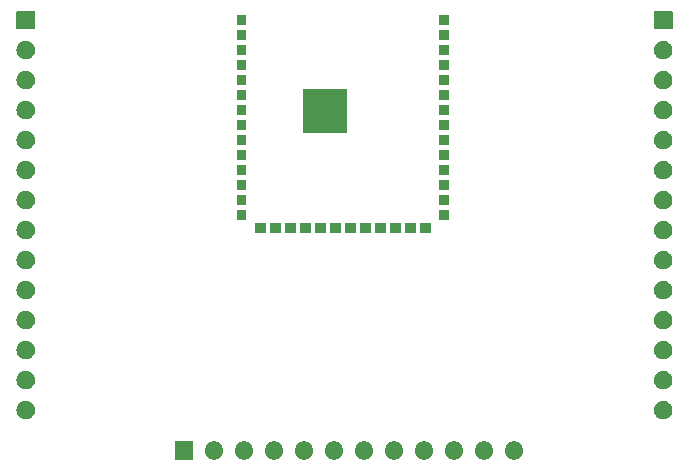
<source format=gts>
%TF.GenerationSoftware,KiCad,Pcbnew,8.0.0*%
%TF.CreationDate,2024-03-04T00:39:04-06:00*%
%TF.ProjectId,MicrocontrollerTestBoard,4d696372-6f63-46f6-9e74-726f6c6c6572,rev?*%
%TF.SameCoordinates,Original*%
%TF.FileFunction,Soldermask,Top*%
%TF.FilePolarity,Negative*%
%FSLAX46Y46*%
G04 Gerber Fmt 4.6, Leading zero omitted, Abs format (unit mm)*
G04 Created by KiCad (PCBNEW 8.0.0) date 2024-03-04 00:39:04*
%MOMM*%
%LPD*%
G01*
G04 APERTURE LIST*
G04 APERTURE END LIST*
G36*
X138713034Y-110467764D02*
G01*
X138746125Y-110489875D01*
X138768236Y-110522966D01*
X138776000Y-110562000D01*
X138776000Y-111932000D01*
X138768236Y-111971034D01*
X138746125Y-112004125D01*
X138713034Y-112026236D01*
X138674000Y-112034000D01*
X137304000Y-112034000D01*
X137264966Y-112026236D01*
X137231875Y-112004125D01*
X137209764Y-111971034D01*
X137202000Y-111932000D01*
X137202000Y-110562000D01*
X137209764Y-110522966D01*
X137231875Y-110489875D01*
X137264966Y-110467764D01*
X137304000Y-110460000D01*
X138674000Y-110460000D01*
X138713034Y-110467764D01*
G37*
G36*
X140569737Y-110464590D02*
G01*
X140611234Y-110464590D01*
X140658046Y-110474540D01*
X140704124Y-110479732D01*
X140737628Y-110491455D01*
X140772110Y-110498785D01*
X140821804Y-110520910D01*
X140870467Y-110537938D01*
X140895794Y-110553852D01*
X140922360Y-110565680D01*
X140971901Y-110601673D01*
X141019686Y-110631699D01*
X141036844Y-110648857D01*
X141055418Y-110662352D01*
X141101335Y-110713348D01*
X141144301Y-110756314D01*
X141154183Y-110772042D01*
X141165471Y-110784578D01*
X141204077Y-110851447D01*
X141238062Y-110905533D01*
X141242306Y-110917661D01*
X141247702Y-110927008D01*
X141275337Y-111012061D01*
X141296268Y-111071876D01*
X141297061Y-111078918D01*
X141298528Y-111083432D01*
X141311819Y-111209901D01*
X141316000Y-111247000D01*
X141311819Y-111284101D01*
X141298528Y-111410567D01*
X141297061Y-111415079D01*
X141296268Y-111422124D01*
X141275333Y-111481951D01*
X141247702Y-111566991D01*
X141242306Y-111576335D01*
X141238062Y-111588467D01*
X141204070Y-111642563D01*
X141165471Y-111709421D01*
X141154185Y-111721954D01*
X141144301Y-111737686D01*
X141101326Y-111780660D01*
X141055418Y-111831647D01*
X141036848Y-111845138D01*
X141019686Y-111862301D01*
X140971890Y-111892332D01*
X140922360Y-111928319D01*
X140895799Y-111940144D01*
X140870467Y-111956062D01*
X140821794Y-111973093D01*
X140772110Y-111995214D01*
X140737634Y-112002542D01*
X140704124Y-112014268D01*
X140658043Y-112019460D01*
X140611234Y-112029410D01*
X140569737Y-112029410D01*
X140529000Y-112034000D01*
X140488263Y-112029410D01*
X140446766Y-112029410D01*
X140399955Y-112019460D01*
X140353876Y-112014268D01*
X140320366Y-112002542D01*
X140285889Y-111995214D01*
X140236201Y-111973091D01*
X140187533Y-111956062D01*
X140162202Y-111940145D01*
X140135639Y-111928319D01*
X140086101Y-111892328D01*
X140038314Y-111862301D01*
X140021154Y-111845141D01*
X140002581Y-111831647D01*
X139956663Y-111780650D01*
X139913699Y-111737686D01*
X139903816Y-111721958D01*
X139892528Y-111709421D01*
X139853917Y-111642544D01*
X139819938Y-111588467D01*
X139815694Y-111576339D01*
X139810297Y-111566991D01*
X139782652Y-111481911D01*
X139761732Y-111422124D01*
X139760938Y-111415084D01*
X139759471Y-111410567D01*
X139746165Y-111283969D01*
X139742000Y-111247000D01*
X139746165Y-111210033D01*
X139759471Y-111083432D01*
X139760938Y-111078914D01*
X139761732Y-111071876D01*
X139782648Y-111012101D01*
X139810297Y-110927008D01*
X139815695Y-110917657D01*
X139819938Y-110905533D01*
X139853909Y-110851467D01*
X139892528Y-110784578D01*
X139903818Y-110772038D01*
X139913699Y-110756314D01*
X139956654Y-110713358D01*
X140002581Y-110662352D01*
X140021157Y-110648855D01*
X140038314Y-110631699D01*
X140086096Y-110601675D01*
X140135640Y-110565680D01*
X140162206Y-110553852D01*
X140187533Y-110537938D01*
X140236192Y-110520911D01*
X140285889Y-110498785D01*
X140320372Y-110491455D01*
X140353876Y-110479732D01*
X140399952Y-110474540D01*
X140446766Y-110464590D01*
X140488263Y-110464590D01*
X140529000Y-110460000D01*
X140569737Y-110464590D01*
G37*
G36*
X143109737Y-110464590D02*
G01*
X143151234Y-110464590D01*
X143198046Y-110474540D01*
X143244124Y-110479732D01*
X143277628Y-110491455D01*
X143312110Y-110498785D01*
X143361804Y-110520910D01*
X143410467Y-110537938D01*
X143435794Y-110553852D01*
X143462360Y-110565680D01*
X143511901Y-110601673D01*
X143559686Y-110631699D01*
X143576844Y-110648857D01*
X143595418Y-110662352D01*
X143641335Y-110713348D01*
X143684301Y-110756314D01*
X143694183Y-110772042D01*
X143705471Y-110784578D01*
X143744077Y-110851447D01*
X143778062Y-110905533D01*
X143782306Y-110917661D01*
X143787702Y-110927008D01*
X143815337Y-111012061D01*
X143836268Y-111071876D01*
X143837061Y-111078918D01*
X143838528Y-111083432D01*
X143851819Y-111209901D01*
X143856000Y-111247000D01*
X143851819Y-111284101D01*
X143838528Y-111410567D01*
X143837061Y-111415079D01*
X143836268Y-111422124D01*
X143815333Y-111481951D01*
X143787702Y-111566991D01*
X143782306Y-111576335D01*
X143778062Y-111588467D01*
X143744070Y-111642563D01*
X143705471Y-111709421D01*
X143694185Y-111721954D01*
X143684301Y-111737686D01*
X143641326Y-111780660D01*
X143595418Y-111831647D01*
X143576848Y-111845138D01*
X143559686Y-111862301D01*
X143511890Y-111892332D01*
X143462360Y-111928319D01*
X143435799Y-111940144D01*
X143410467Y-111956062D01*
X143361794Y-111973093D01*
X143312110Y-111995214D01*
X143277634Y-112002542D01*
X143244124Y-112014268D01*
X143198043Y-112019460D01*
X143151234Y-112029410D01*
X143109737Y-112029410D01*
X143069000Y-112034000D01*
X143028263Y-112029410D01*
X142986766Y-112029410D01*
X142939955Y-112019460D01*
X142893876Y-112014268D01*
X142860366Y-112002542D01*
X142825889Y-111995214D01*
X142776201Y-111973091D01*
X142727533Y-111956062D01*
X142702202Y-111940145D01*
X142675639Y-111928319D01*
X142626101Y-111892328D01*
X142578314Y-111862301D01*
X142561154Y-111845141D01*
X142542581Y-111831647D01*
X142496663Y-111780650D01*
X142453699Y-111737686D01*
X142443816Y-111721958D01*
X142432528Y-111709421D01*
X142393917Y-111642544D01*
X142359938Y-111588467D01*
X142355694Y-111576339D01*
X142350297Y-111566991D01*
X142322652Y-111481911D01*
X142301732Y-111422124D01*
X142300938Y-111415084D01*
X142299471Y-111410567D01*
X142286165Y-111283969D01*
X142282000Y-111247000D01*
X142286165Y-111210033D01*
X142299471Y-111083432D01*
X142300938Y-111078914D01*
X142301732Y-111071876D01*
X142322648Y-111012101D01*
X142350297Y-110927008D01*
X142355695Y-110917657D01*
X142359938Y-110905533D01*
X142393909Y-110851467D01*
X142432528Y-110784578D01*
X142443818Y-110772038D01*
X142453699Y-110756314D01*
X142496654Y-110713358D01*
X142542581Y-110662352D01*
X142561157Y-110648855D01*
X142578314Y-110631699D01*
X142626096Y-110601675D01*
X142675640Y-110565680D01*
X142702206Y-110553852D01*
X142727533Y-110537938D01*
X142776192Y-110520911D01*
X142825889Y-110498785D01*
X142860372Y-110491455D01*
X142893876Y-110479732D01*
X142939952Y-110474540D01*
X142986766Y-110464590D01*
X143028263Y-110464590D01*
X143069000Y-110460000D01*
X143109737Y-110464590D01*
G37*
G36*
X145649737Y-110464590D02*
G01*
X145691234Y-110464590D01*
X145738046Y-110474540D01*
X145784124Y-110479732D01*
X145817628Y-110491455D01*
X145852110Y-110498785D01*
X145901804Y-110520910D01*
X145950467Y-110537938D01*
X145975794Y-110553852D01*
X146002360Y-110565680D01*
X146051901Y-110601673D01*
X146099686Y-110631699D01*
X146116844Y-110648857D01*
X146135418Y-110662352D01*
X146181335Y-110713348D01*
X146224301Y-110756314D01*
X146234183Y-110772042D01*
X146245471Y-110784578D01*
X146284077Y-110851447D01*
X146318062Y-110905533D01*
X146322306Y-110917661D01*
X146327702Y-110927008D01*
X146355337Y-111012061D01*
X146376268Y-111071876D01*
X146377061Y-111078918D01*
X146378528Y-111083432D01*
X146391819Y-111209901D01*
X146396000Y-111247000D01*
X146391819Y-111284101D01*
X146378528Y-111410567D01*
X146377061Y-111415079D01*
X146376268Y-111422124D01*
X146355333Y-111481951D01*
X146327702Y-111566991D01*
X146322306Y-111576335D01*
X146318062Y-111588467D01*
X146284070Y-111642563D01*
X146245471Y-111709421D01*
X146234185Y-111721954D01*
X146224301Y-111737686D01*
X146181326Y-111780660D01*
X146135418Y-111831647D01*
X146116848Y-111845138D01*
X146099686Y-111862301D01*
X146051890Y-111892332D01*
X146002360Y-111928319D01*
X145975799Y-111940144D01*
X145950467Y-111956062D01*
X145901794Y-111973093D01*
X145852110Y-111995214D01*
X145817634Y-112002542D01*
X145784124Y-112014268D01*
X145738043Y-112019460D01*
X145691234Y-112029410D01*
X145649737Y-112029410D01*
X145609000Y-112034000D01*
X145568263Y-112029410D01*
X145526766Y-112029410D01*
X145479955Y-112019460D01*
X145433876Y-112014268D01*
X145400366Y-112002542D01*
X145365889Y-111995214D01*
X145316201Y-111973091D01*
X145267533Y-111956062D01*
X145242202Y-111940145D01*
X145215639Y-111928319D01*
X145166101Y-111892328D01*
X145118314Y-111862301D01*
X145101154Y-111845141D01*
X145082581Y-111831647D01*
X145036663Y-111780650D01*
X144993699Y-111737686D01*
X144983816Y-111721958D01*
X144972528Y-111709421D01*
X144933917Y-111642544D01*
X144899938Y-111588467D01*
X144895694Y-111576339D01*
X144890297Y-111566991D01*
X144862652Y-111481911D01*
X144841732Y-111422124D01*
X144840938Y-111415084D01*
X144839471Y-111410567D01*
X144826165Y-111283969D01*
X144822000Y-111247000D01*
X144826165Y-111210033D01*
X144839471Y-111083432D01*
X144840938Y-111078914D01*
X144841732Y-111071876D01*
X144862648Y-111012101D01*
X144890297Y-110927008D01*
X144895695Y-110917657D01*
X144899938Y-110905533D01*
X144933909Y-110851467D01*
X144972528Y-110784578D01*
X144983818Y-110772038D01*
X144993699Y-110756314D01*
X145036654Y-110713358D01*
X145082581Y-110662352D01*
X145101157Y-110648855D01*
X145118314Y-110631699D01*
X145166096Y-110601675D01*
X145215640Y-110565680D01*
X145242206Y-110553852D01*
X145267533Y-110537938D01*
X145316192Y-110520911D01*
X145365889Y-110498785D01*
X145400372Y-110491455D01*
X145433876Y-110479732D01*
X145479952Y-110474540D01*
X145526766Y-110464590D01*
X145568263Y-110464590D01*
X145609000Y-110460000D01*
X145649737Y-110464590D01*
G37*
G36*
X148189737Y-110464590D02*
G01*
X148231234Y-110464590D01*
X148278046Y-110474540D01*
X148324124Y-110479732D01*
X148357628Y-110491455D01*
X148392110Y-110498785D01*
X148441804Y-110520910D01*
X148490467Y-110537938D01*
X148515794Y-110553852D01*
X148542360Y-110565680D01*
X148591901Y-110601673D01*
X148639686Y-110631699D01*
X148656844Y-110648857D01*
X148675418Y-110662352D01*
X148721335Y-110713348D01*
X148764301Y-110756314D01*
X148774183Y-110772042D01*
X148785471Y-110784578D01*
X148824077Y-110851447D01*
X148858062Y-110905533D01*
X148862306Y-110917661D01*
X148867702Y-110927008D01*
X148895337Y-111012061D01*
X148916268Y-111071876D01*
X148917061Y-111078918D01*
X148918528Y-111083432D01*
X148931819Y-111209901D01*
X148936000Y-111247000D01*
X148931819Y-111284101D01*
X148918528Y-111410567D01*
X148917061Y-111415079D01*
X148916268Y-111422124D01*
X148895333Y-111481951D01*
X148867702Y-111566991D01*
X148862306Y-111576335D01*
X148858062Y-111588467D01*
X148824070Y-111642563D01*
X148785471Y-111709421D01*
X148774185Y-111721954D01*
X148764301Y-111737686D01*
X148721326Y-111780660D01*
X148675418Y-111831647D01*
X148656848Y-111845138D01*
X148639686Y-111862301D01*
X148591890Y-111892332D01*
X148542360Y-111928319D01*
X148515799Y-111940144D01*
X148490467Y-111956062D01*
X148441794Y-111973093D01*
X148392110Y-111995214D01*
X148357634Y-112002542D01*
X148324124Y-112014268D01*
X148278043Y-112019460D01*
X148231234Y-112029410D01*
X148189737Y-112029410D01*
X148149000Y-112034000D01*
X148108263Y-112029410D01*
X148066766Y-112029410D01*
X148019955Y-112019460D01*
X147973876Y-112014268D01*
X147940366Y-112002542D01*
X147905889Y-111995214D01*
X147856201Y-111973091D01*
X147807533Y-111956062D01*
X147782202Y-111940145D01*
X147755639Y-111928319D01*
X147706101Y-111892328D01*
X147658314Y-111862301D01*
X147641154Y-111845141D01*
X147622581Y-111831647D01*
X147576663Y-111780650D01*
X147533699Y-111737686D01*
X147523816Y-111721958D01*
X147512528Y-111709421D01*
X147473917Y-111642544D01*
X147439938Y-111588467D01*
X147435694Y-111576339D01*
X147430297Y-111566991D01*
X147402652Y-111481911D01*
X147381732Y-111422124D01*
X147380938Y-111415084D01*
X147379471Y-111410567D01*
X147366165Y-111283969D01*
X147362000Y-111247000D01*
X147366165Y-111210033D01*
X147379471Y-111083432D01*
X147380938Y-111078914D01*
X147381732Y-111071876D01*
X147402648Y-111012101D01*
X147430297Y-110927008D01*
X147435695Y-110917657D01*
X147439938Y-110905533D01*
X147473909Y-110851467D01*
X147512528Y-110784578D01*
X147523818Y-110772038D01*
X147533699Y-110756314D01*
X147576654Y-110713358D01*
X147622581Y-110662352D01*
X147641157Y-110648855D01*
X147658314Y-110631699D01*
X147706096Y-110601675D01*
X147755640Y-110565680D01*
X147782206Y-110553852D01*
X147807533Y-110537938D01*
X147856192Y-110520911D01*
X147905889Y-110498785D01*
X147940372Y-110491455D01*
X147973876Y-110479732D01*
X148019952Y-110474540D01*
X148066766Y-110464590D01*
X148108263Y-110464590D01*
X148149000Y-110460000D01*
X148189737Y-110464590D01*
G37*
G36*
X150729737Y-110464590D02*
G01*
X150771234Y-110464590D01*
X150818046Y-110474540D01*
X150864124Y-110479732D01*
X150897628Y-110491455D01*
X150932110Y-110498785D01*
X150981804Y-110520910D01*
X151030467Y-110537938D01*
X151055794Y-110553852D01*
X151082360Y-110565680D01*
X151131901Y-110601673D01*
X151179686Y-110631699D01*
X151196844Y-110648857D01*
X151215418Y-110662352D01*
X151261335Y-110713348D01*
X151304301Y-110756314D01*
X151314183Y-110772042D01*
X151325471Y-110784578D01*
X151364077Y-110851447D01*
X151398062Y-110905533D01*
X151402306Y-110917661D01*
X151407702Y-110927008D01*
X151435337Y-111012061D01*
X151456268Y-111071876D01*
X151457061Y-111078918D01*
X151458528Y-111083432D01*
X151471819Y-111209901D01*
X151476000Y-111247000D01*
X151471819Y-111284101D01*
X151458528Y-111410567D01*
X151457061Y-111415079D01*
X151456268Y-111422124D01*
X151435333Y-111481951D01*
X151407702Y-111566991D01*
X151402306Y-111576335D01*
X151398062Y-111588467D01*
X151364070Y-111642563D01*
X151325471Y-111709421D01*
X151314185Y-111721954D01*
X151304301Y-111737686D01*
X151261326Y-111780660D01*
X151215418Y-111831647D01*
X151196848Y-111845138D01*
X151179686Y-111862301D01*
X151131890Y-111892332D01*
X151082360Y-111928319D01*
X151055799Y-111940144D01*
X151030467Y-111956062D01*
X150981794Y-111973093D01*
X150932110Y-111995214D01*
X150897634Y-112002542D01*
X150864124Y-112014268D01*
X150818043Y-112019460D01*
X150771234Y-112029410D01*
X150729737Y-112029410D01*
X150689000Y-112034000D01*
X150648263Y-112029410D01*
X150606766Y-112029410D01*
X150559955Y-112019460D01*
X150513876Y-112014268D01*
X150480366Y-112002542D01*
X150445889Y-111995214D01*
X150396201Y-111973091D01*
X150347533Y-111956062D01*
X150322202Y-111940145D01*
X150295639Y-111928319D01*
X150246101Y-111892328D01*
X150198314Y-111862301D01*
X150181154Y-111845141D01*
X150162581Y-111831647D01*
X150116663Y-111780650D01*
X150073699Y-111737686D01*
X150063816Y-111721958D01*
X150052528Y-111709421D01*
X150013917Y-111642544D01*
X149979938Y-111588467D01*
X149975694Y-111576339D01*
X149970297Y-111566991D01*
X149942652Y-111481911D01*
X149921732Y-111422124D01*
X149920938Y-111415084D01*
X149919471Y-111410567D01*
X149906165Y-111283969D01*
X149902000Y-111247000D01*
X149906165Y-111210033D01*
X149919471Y-111083432D01*
X149920938Y-111078914D01*
X149921732Y-111071876D01*
X149942648Y-111012101D01*
X149970297Y-110927008D01*
X149975695Y-110917657D01*
X149979938Y-110905533D01*
X150013909Y-110851467D01*
X150052528Y-110784578D01*
X150063818Y-110772038D01*
X150073699Y-110756314D01*
X150116654Y-110713358D01*
X150162581Y-110662352D01*
X150181157Y-110648855D01*
X150198314Y-110631699D01*
X150246096Y-110601675D01*
X150295640Y-110565680D01*
X150322206Y-110553852D01*
X150347533Y-110537938D01*
X150396192Y-110520911D01*
X150445889Y-110498785D01*
X150480372Y-110491455D01*
X150513876Y-110479732D01*
X150559952Y-110474540D01*
X150606766Y-110464590D01*
X150648263Y-110464590D01*
X150689000Y-110460000D01*
X150729737Y-110464590D01*
G37*
G36*
X153269737Y-110464590D02*
G01*
X153311234Y-110464590D01*
X153358046Y-110474540D01*
X153404124Y-110479732D01*
X153437628Y-110491455D01*
X153472110Y-110498785D01*
X153521804Y-110520910D01*
X153570467Y-110537938D01*
X153595794Y-110553852D01*
X153622360Y-110565680D01*
X153671901Y-110601673D01*
X153719686Y-110631699D01*
X153736844Y-110648857D01*
X153755418Y-110662352D01*
X153801335Y-110713348D01*
X153844301Y-110756314D01*
X153854183Y-110772042D01*
X153865471Y-110784578D01*
X153904077Y-110851447D01*
X153938062Y-110905533D01*
X153942306Y-110917661D01*
X153947702Y-110927008D01*
X153975337Y-111012061D01*
X153996268Y-111071876D01*
X153997061Y-111078918D01*
X153998528Y-111083432D01*
X154011819Y-111209901D01*
X154016000Y-111247000D01*
X154011819Y-111284101D01*
X153998528Y-111410567D01*
X153997061Y-111415079D01*
X153996268Y-111422124D01*
X153975333Y-111481951D01*
X153947702Y-111566991D01*
X153942306Y-111576335D01*
X153938062Y-111588467D01*
X153904070Y-111642563D01*
X153865471Y-111709421D01*
X153854185Y-111721954D01*
X153844301Y-111737686D01*
X153801326Y-111780660D01*
X153755418Y-111831647D01*
X153736848Y-111845138D01*
X153719686Y-111862301D01*
X153671890Y-111892332D01*
X153622360Y-111928319D01*
X153595799Y-111940144D01*
X153570467Y-111956062D01*
X153521794Y-111973093D01*
X153472110Y-111995214D01*
X153437634Y-112002542D01*
X153404124Y-112014268D01*
X153358043Y-112019460D01*
X153311234Y-112029410D01*
X153269737Y-112029410D01*
X153229000Y-112034000D01*
X153188263Y-112029410D01*
X153146766Y-112029410D01*
X153099955Y-112019460D01*
X153053876Y-112014268D01*
X153020366Y-112002542D01*
X152985889Y-111995214D01*
X152936201Y-111973091D01*
X152887533Y-111956062D01*
X152862202Y-111940145D01*
X152835639Y-111928319D01*
X152786101Y-111892328D01*
X152738314Y-111862301D01*
X152721154Y-111845141D01*
X152702581Y-111831647D01*
X152656663Y-111780650D01*
X152613699Y-111737686D01*
X152603816Y-111721958D01*
X152592528Y-111709421D01*
X152553917Y-111642544D01*
X152519938Y-111588467D01*
X152515694Y-111576339D01*
X152510297Y-111566991D01*
X152482652Y-111481911D01*
X152461732Y-111422124D01*
X152460938Y-111415084D01*
X152459471Y-111410567D01*
X152446165Y-111283969D01*
X152442000Y-111247000D01*
X152446165Y-111210033D01*
X152459471Y-111083432D01*
X152460938Y-111078914D01*
X152461732Y-111071876D01*
X152482648Y-111012101D01*
X152510297Y-110927008D01*
X152515695Y-110917657D01*
X152519938Y-110905533D01*
X152553909Y-110851467D01*
X152592528Y-110784578D01*
X152603818Y-110772038D01*
X152613699Y-110756314D01*
X152656654Y-110713358D01*
X152702581Y-110662352D01*
X152721157Y-110648855D01*
X152738314Y-110631699D01*
X152786096Y-110601675D01*
X152835640Y-110565680D01*
X152862206Y-110553852D01*
X152887533Y-110537938D01*
X152936192Y-110520911D01*
X152985889Y-110498785D01*
X153020372Y-110491455D01*
X153053876Y-110479732D01*
X153099952Y-110474540D01*
X153146766Y-110464590D01*
X153188263Y-110464590D01*
X153229000Y-110460000D01*
X153269737Y-110464590D01*
G37*
G36*
X155809737Y-110464590D02*
G01*
X155851234Y-110464590D01*
X155898046Y-110474540D01*
X155944124Y-110479732D01*
X155977628Y-110491455D01*
X156012110Y-110498785D01*
X156061804Y-110520910D01*
X156110467Y-110537938D01*
X156135794Y-110553852D01*
X156162360Y-110565680D01*
X156211901Y-110601673D01*
X156259686Y-110631699D01*
X156276844Y-110648857D01*
X156295418Y-110662352D01*
X156341335Y-110713348D01*
X156384301Y-110756314D01*
X156394183Y-110772042D01*
X156405471Y-110784578D01*
X156444077Y-110851447D01*
X156478062Y-110905533D01*
X156482306Y-110917661D01*
X156487702Y-110927008D01*
X156515337Y-111012061D01*
X156536268Y-111071876D01*
X156537061Y-111078918D01*
X156538528Y-111083432D01*
X156551819Y-111209901D01*
X156556000Y-111247000D01*
X156551819Y-111284101D01*
X156538528Y-111410567D01*
X156537061Y-111415079D01*
X156536268Y-111422124D01*
X156515333Y-111481951D01*
X156487702Y-111566991D01*
X156482306Y-111576335D01*
X156478062Y-111588467D01*
X156444070Y-111642563D01*
X156405471Y-111709421D01*
X156394185Y-111721954D01*
X156384301Y-111737686D01*
X156341326Y-111780660D01*
X156295418Y-111831647D01*
X156276848Y-111845138D01*
X156259686Y-111862301D01*
X156211890Y-111892332D01*
X156162360Y-111928319D01*
X156135799Y-111940144D01*
X156110467Y-111956062D01*
X156061794Y-111973093D01*
X156012110Y-111995214D01*
X155977634Y-112002542D01*
X155944124Y-112014268D01*
X155898043Y-112019460D01*
X155851234Y-112029410D01*
X155809737Y-112029410D01*
X155769000Y-112034000D01*
X155728263Y-112029410D01*
X155686766Y-112029410D01*
X155639955Y-112019460D01*
X155593876Y-112014268D01*
X155560366Y-112002542D01*
X155525889Y-111995214D01*
X155476201Y-111973091D01*
X155427533Y-111956062D01*
X155402202Y-111940145D01*
X155375639Y-111928319D01*
X155326101Y-111892328D01*
X155278314Y-111862301D01*
X155261154Y-111845141D01*
X155242581Y-111831647D01*
X155196663Y-111780650D01*
X155153699Y-111737686D01*
X155143816Y-111721958D01*
X155132528Y-111709421D01*
X155093917Y-111642544D01*
X155059938Y-111588467D01*
X155055694Y-111576339D01*
X155050297Y-111566991D01*
X155022652Y-111481911D01*
X155001732Y-111422124D01*
X155000938Y-111415084D01*
X154999471Y-111410567D01*
X154986165Y-111283969D01*
X154982000Y-111247000D01*
X154986165Y-111210033D01*
X154999471Y-111083432D01*
X155000938Y-111078914D01*
X155001732Y-111071876D01*
X155022648Y-111012101D01*
X155050297Y-110927008D01*
X155055695Y-110917657D01*
X155059938Y-110905533D01*
X155093909Y-110851467D01*
X155132528Y-110784578D01*
X155143818Y-110772038D01*
X155153699Y-110756314D01*
X155196654Y-110713358D01*
X155242581Y-110662352D01*
X155261157Y-110648855D01*
X155278314Y-110631699D01*
X155326096Y-110601675D01*
X155375640Y-110565680D01*
X155402206Y-110553852D01*
X155427533Y-110537938D01*
X155476192Y-110520911D01*
X155525889Y-110498785D01*
X155560372Y-110491455D01*
X155593876Y-110479732D01*
X155639952Y-110474540D01*
X155686766Y-110464590D01*
X155728263Y-110464590D01*
X155769000Y-110460000D01*
X155809737Y-110464590D01*
G37*
G36*
X158349737Y-110464590D02*
G01*
X158391234Y-110464590D01*
X158438046Y-110474540D01*
X158484124Y-110479732D01*
X158517628Y-110491455D01*
X158552110Y-110498785D01*
X158601804Y-110520910D01*
X158650467Y-110537938D01*
X158675794Y-110553852D01*
X158702360Y-110565680D01*
X158751901Y-110601673D01*
X158799686Y-110631699D01*
X158816844Y-110648857D01*
X158835418Y-110662352D01*
X158881335Y-110713348D01*
X158924301Y-110756314D01*
X158934183Y-110772042D01*
X158945471Y-110784578D01*
X158984077Y-110851447D01*
X159018062Y-110905533D01*
X159022306Y-110917661D01*
X159027702Y-110927008D01*
X159055337Y-111012061D01*
X159076268Y-111071876D01*
X159077061Y-111078918D01*
X159078528Y-111083432D01*
X159091819Y-111209901D01*
X159096000Y-111247000D01*
X159091819Y-111284101D01*
X159078528Y-111410567D01*
X159077061Y-111415079D01*
X159076268Y-111422124D01*
X159055333Y-111481951D01*
X159027702Y-111566991D01*
X159022306Y-111576335D01*
X159018062Y-111588467D01*
X158984070Y-111642563D01*
X158945471Y-111709421D01*
X158934185Y-111721954D01*
X158924301Y-111737686D01*
X158881326Y-111780660D01*
X158835418Y-111831647D01*
X158816848Y-111845138D01*
X158799686Y-111862301D01*
X158751890Y-111892332D01*
X158702360Y-111928319D01*
X158675799Y-111940144D01*
X158650467Y-111956062D01*
X158601794Y-111973093D01*
X158552110Y-111995214D01*
X158517634Y-112002542D01*
X158484124Y-112014268D01*
X158438043Y-112019460D01*
X158391234Y-112029410D01*
X158349737Y-112029410D01*
X158309000Y-112034000D01*
X158268263Y-112029410D01*
X158226766Y-112029410D01*
X158179955Y-112019460D01*
X158133876Y-112014268D01*
X158100366Y-112002542D01*
X158065889Y-111995214D01*
X158016201Y-111973091D01*
X157967533Y-111956062D01*
X157942202Y-111940145D01*
X157915639Y-111928319D01*
X157866101Y-111892328D01*
X157818314Y-111862301D01*
X157801154Y-111845141D01*
X157782581Y-111831647D01*
X157736663Y-111780650D01*
X157693699Y-111737686D01*
X157683816Y-111721958D01*
X157672528Y-111709421D01*
X157633917Y-111642544D01*
X157599938Y-111588467D01*
X157595694Y-111576339D01*
X157590297Y-111566991D01*
X157562652Y-111481911D01*
X157541732Y-111422124D01*
X157540938Y-111415084D01*
X157539471Y-111410567D01*
X157526165Y-111283969D01*
X157522000Y-111247000D01*
X157526165Y-111210033D01*
X157539471Y-111083432D01*
X157540938Y-111078914D01*
X157541732Y-111071876D01*
X157562648Y-111012101D01*
X157590297Y-110927008D01*
X157595695Y-110917657D01*
X157599938Y-110905533D01*
X157633909Y-110851467D01*
X157672528Y-110784578D01*
X157683818Y-110772038D01*
X157693699Y-110756314D01*
X157736654Y-110713358D01*
X157782581Y-110662352D01*
X157801157Y-110648855D01*
X157818314Y-110631699D01*
X157866096Y-110601675D01*
X157915640Y-110565680D01*
X157942206Y-110553852D01*
X157967533Y-110537938D01*
X158016192Y-110520911D01*
X158065889Y-110498785D01*
X158100372Y-110491455D01*
X158133876Y-110479732D01*
X158179952Y-110474540D01*
X158226766Y-110464590D01*
X158268263Y-110464590D01*
X158309000Y-110460000D01*
X158349737Y-110464590D01*
G37*
G36*
X160889737Y-110464590D02*
G01*
X160931234Y-110464590D01*
X160978046Y-110474540D01*
X161024124Y-110479732D01*
X161057628Y-110491455D01*
X161092110Y-110498785D01*
X161141804Y-110520910D01*
X161190467Y-110537938D01*
X161215794Y-110553852D01*
X161242360Y-110565680D01*
X161291901Y-110601673D01*
X161339686Y-110631699D01*
X161356844Y-110648857D01*
X161375418Y-110662352D01*
X161421335Y-110713348D01*
X161464301Y-110756314D01*
X161474183Y-110772042D01*
X161485471Y-110784578D01*
X161524077Y-110851447D01*
X161558062Y-110905533D01*
X161562306Y-110917661D01*
X161567702Y-110927008D01*
X161595337Y-111012061D01*
X161616268Y-111071876D01*
X161617061Y-111078918D01*
X161618528Y-111083432D01*
X161631819Y-111209901D01*
X161636000Y-111247000D01*
X161631819Y-111284101D01*
X161618528Y-111410567D01*
X161617061Y-111415079D01*
X161616268Y-111422124D01*
X161595333Y-111481951D01*
X161567702Y-111566991D01*
X161562306Y-111576335D01*
X161558062Y-111588467D01*
X161524070Y-111642563D01*
X161485471Y-111709421D01*
X161474185Y-111721954D01*
X161464301Y-111737686D01*
X161421326Y-111780660D01*
X161375418Y-111831647D01*
X161356848Y-111845138D01*
X161339686Y-111862301D01*
X161291890Y-111892332D01*
X161242360Y-111928319D01*
X161215799Y-111940144D01*
X161190467Y-111956062D01*
X161141794Y-111973093D01*
X161092110Y-111995214D01*
X161057634Y-112002542D01*
X161024124Y-112014268D01*
X160978043Y-112019460D01*
X160931234Y-112029410D01*
X160889737Y-112029410D01*
X160849000Y-112034000D01*
X160808263Y-112029410D01*
X160766766Y-112029410D01*
X160719955Y-112019460D01*
X160673876Y-112014268D01*
X160640366Y-112002542D01*
X160605889Y-111995214D01*
X160556201Y-111973091D01*
X160507533Y-111956062D01*
X160482202Y-111940145D01*
X160455639Y-111928319D01*
X160406101Y-111892328D01*
X160358314Y-111862301D01*
X160341154Y-111845141D01*
X160322581Y-111831647D01*
X160276663Y-111780650D01*
X160233699Y-111737686D01*
X160223816Y-111721958D01*
X160212528Y-111709421D01*
X160173917Y-111642544D01*
X160139938Y-111588467D01*
X160135694Y-111576339D01*
X160130297Y-111566991D01*
X160102652Y-111481911D01*
X160081732Y-111422124D01*
X160080938Y-111415084D01*
X160079471Y-111410567D01*
X160066165Y-111283969D01*
X160062000Y-111247000D01*
X160066165Y-111210033D01*
X160079471Y-111083432D01*
X160080938Y-111078914D01*
X160081732Y-111071876D01*
X160102648Y-111012101D01*
X160130297Y-110927008D01*
X160135695Y-110917657D01*
X160139938Y-110905533D01*
X160173909Y-110851467D01*
X160212528Y-110784578D01*
X160223818Y-110772038D01*
X160233699Y-110756314D01*
X160276654Y-110713358D01*
X160322581Y-110662352D01*
X160341157Y-110648855D01*
X160358314Y-110631699D01*
X160406096Y-110601675D01*
X160455640Y-110565680D01*
X160482206Y-110553852D01*
X160507533Y-110537938D01*
X160556192Y-110520911D01*
X160605889Y-110498785D01*
X160640372Y-110491455D01*
X160673876Y-110479732D01*
X160719952Y-110474540D01*
X160766766Y-110464590D01*
X160808263Y-110464590D01*
X160849000Y-110460000D01*
X160889737Y-110464590D01*
G37*
G36*
X163429737Y-110464590D02*
G01*
X163471234Y-110464590D01*
X163518046Y-110474540D01*
X163564124Y-110479732D01*
X163597628Y-110491455D01*
X163632110Y-110498785D01*
X163681804Y-110520910D01*
X163730467Y-110537938D01*
X163755794Y-110553852D01*
X163782360Y-110565680D01*
X163831901Y-110601673D01*
X163879686Y-110631699D01*
X163896844Y-110648857D01*
X163915418Y-110662352D01*
X163961335Y-110713348D01*
X164004301Y-110756314D01*
X164014183Y-110772042D01*
X164025471Y-110784578D01*
X164064077Y-110851447D01*
X164098062Y-110905533D01*
X164102306Y-110917661D01*
X164107702Y-110927008D01*
X164135337Y-111012061D01*
X164156268Y-111071876D01*
X164157061Y-111078918D01*
X164158528Y-111083432D01*
X164171819Y-111209901D01*
X164176000Y-111247000D01*
X164171819Y-111284101D01*
X164158528Y-111410567D01*
X164157061Y-111415079D01*
X164156268Y-111422124D01*
X164135333Y-111481951D01*
X164107702Y-111566991D01*
X164102306Y-111576335D01*
X164098062Y-111588467D01*
X164064070Y-111642563D01*
X164025471Y-111709421D01*
X164014185Y-111721954D01*
X164004301Y-111737686D01*
X163961326Y-111780660D01*
X163915418Y-111831647D01*
X163896848Y-111845138D01*
X163879686Y-111862301D01*
X163831890Y-111892332D01*
X163782360Y-111928319D01*
X163755799Y-111940144D01*
X163730467Y-111956062D01*
X163681794Y-111973093D01*
X163632110Y-111995214D01*
X163597634Y-112002542D01*
X163564124Y-112014268D01*
X163518043Y-112019460D01*
X163471234Y-112029410D01*
X163429737Y-112029410D01*
X163389000Y-112034000D01*
X163348263Y-112029410D01*
X163306766Y-112029410D01*
X163259955Y-112019460D01*
X163213876Y-112014268D01*
X163180366Y-112002542D01*
X163145889Y-111995214D01*
X163096201Y-111973091D01*
X163047533Y-111956062D01*
X163022202Y-111940145D01*
X162995639Y-111928319D01*
X162946101Y-111892328D01*
X162898314Y-111862301D01*
X162881154Y-111845141D01*
X162862581Y-111831647D01*
X162816663Y-111780650D01*
X162773699Y-111737686D01*
X162763816Y-111721958D01*
X162752528Y-111709421D01*
X162713917Y-111642544D01*
X162679938Y-111588467D01*
X162675694Y-111576339D01*
X162670297Y-111566991D01*
X162642652Y-111481911D01*
X162621732Y-111422124D01*
X162620938Y-111415084D01*
X162619471Y-111410567D01*
X162606165Y-111283969D01*
X162602000Y-111247000D01*
X162606165Y-111210033D01*
X162619471Y-111083432D01*
X162620938Y-111078914D01*
X162621732Y-111071876D01*
X162642648Y-111012101D01*
X162670297Y-110927008D01*
X162675695Y-110917657D01*
X162679938Y-110905533D01*
X162713909Y-110851467D01*
X162752528Y-110784578D01*
X162763818Y-110772038D01*
X162773699Y-110756314D01*
X162816654Y-110713358D01*
X162862581Y-110662352D01*
X162881157Y-110648855D01*
X162898314Y-110631699D01*
X162946096Y-110601675D01*
X162995640Y-110565680D01*
X163022206Y-110553852D01*
X163047533Y-110537938D01*
X163096192Y-110520911D01*
X163145889Y-110498785D01*
X163180372Y-110491455D01*
X163213876Y-110479732D01*
X163259952Y-110474540D01*
X163306766Y-110464590D01*
X163348263Y-110464590D01*
X163389000Y-110460000D01*
X163429737Y-110464590D01*
G37*
G36*
X165969737Y-110464590D02*
G01*
X166011234Y-110464590D01*
X166058046Y-110474540D01*
X166104124Y-110479732D01*
X166137628Y-110491455D01*
X166172110Y-110498785D01*
X166221804Y-110520910D01*
X166270467Y-110537938D01*
X166295794Y-110553852D01*
X166322360Y-110565680D01*
X166371901Y-110601673D01*
X166419686Y-110631699D01*
X166436844Y-110648857D01*
X166455418Y-110662352D01*
X166501335Y-110713348D01*
X166544301Y-110756314D01*
X166554183Y-110772042D01*
X166565471Y-110784578D01*
X166604077Y-110851447D01*
X166638062Y-110905533D01*
X166642306Y-110917661D01*
X166647702Y-110927008D01*
X166675337Y-111012061D01*
X166696268Y-111071876D01*
X166697061Y-111078918D01*
X166698528Y-111083432D01*
X166711819Y-111209901D01*
X166716000Y-111247000D01*
X166711819Y-111284101D01*
X166698528Y-111410567D01*
X166697061Y-111415079D01*
X166696268Y-111422124D01*
X166675333Y-111481951D01*
X166647702Y-111566991D01*
X166642306Y-111576335D01*
X166638062Y-111588467D01*
X166604070Y-111642563D01*
X166565471Y-111709421D01*
X166554185Y-111721954D01*
X166544301Y-111737686D01*
X166501326Y-111780660D01*
X166455418Y-111831647D01*
X166436848Y-111845138D01*
X166419686Y-111862301D01*
X166371890Y-111892332D01*
X166322360Y-111928319D01*
X166295799Y-111940144D01*
X166270467Y-111956062D01*
X166221794Y-111973093D01*
X166172110Y-111995214D01*
X166137634Y-112002542D01*
X166104124Y-112014268D01*
X166058043Y-112019460D01*
X166011234Y-112029410D01*
X165969737Y-112029410D01*
X165929000Y-112034000D01*
X165888263Y-112029410D01*
X165846766Y-112029410D01*
X165799955Y-112019460D01*
X165753876Y-112014268D01*
X165720366Y-112002542D01*
X165685889Y-111995214D01*
X165636201Y-111973091D01*
X165587533Y-111956062D01*
X165562202Y-111940145D01*
X165535639Y-111928319D01*
X165486101Y-111892328D01*
X165438314Y-111862301D01*
X165421154Y-111845141D01*
X165402581Y-111831647D01*
X165356663Y-111780650D01*
X165313699Y-111737686D01*
X165303816Y-111721958D01*
X165292528Y-111709421D01*
X165253917Y-111642544D01*
X165219938Y-111588467D01*
X165215694Y-111576339D01*
X165210297Y-111566991D01*
X165182652Y-111481911D01*
X165161732Y-111422124D01*
X165160938Y-111415084D01*
X165159471Y-111410567D01*
X165146165Y-111283969D01*
X165142000Y-111247000D01*
X165146165Y-111210033D01*
X165159471Y-111083432D01*
X165160938Y-111078914D01*
X165161732Y-111071876D01*
X165182648Y-111012101D01*
X165210297Y-110927008D01*
X165215695Y-110917657D01*
X165219938Y-110905533D01*
X165253909Y-110851467D01*
X165292528Y-110784578D01*
X165303818Y-110772038D01*
X165313699Y-110756314D01*
X165356654Y-110713358D01*
X165402581Y-110662352D01*
X165421157Y-110648855D01*
X165438314Y-110631699D01*
X165486096Y-110601675D01*
X165535640Y-110565680D01*
X165562206Y-110553852D01*
X165587533Y-110537938D01*
X165636192Y-110520911D01*
X165685889Y-110498785D01*
X165720372Y-110491455D01*
X165753876Y-110479732D01*
X165799952Y-110474540D01*
X165846766Y-110464590D01*
X165888263Y-110464590D01*
X165929000Y-110460000D01*
X165969737Y-110464590D01*
G37*
G36*
X124627737Y-107040590D02*
G01*
X124669234Y-107040590D01*
X124716046Y-107050540D01*
X124762124Y-107055732D01*
X124795628Y-107067455D01*
X124830110Y-107074785D01*
X124879804Y-107096910D01*
X124928467Y-107113938D01*
X124953794Y-107129852D01*
X124980360Y-107141680D01*
X125029901Y-107177673D01*
X125077686Y-107207699D01*
X125094844Y-107224857D01*
X125113418Y-107238352D01*
X125159335Y-107289348D01*
X125202301Y-107332314D01*
X125212183Y-107348042D01*
X125223471Y-107360578D01*
X125262077Y-107427447D01*
X125296062Y-107481533D01*
X125300306Y-107493661D01*
X125305702Y-107503008D01*
X125333337Y-107588061D01*
X125354268Y-107647876D01*
X125355061Y-107654918D01*
X125356528Y-107659432D01*
X125369819Y-107785901D01*
X125374000Y-107823000D01*
X125369819Y-107860101D01*
X125356528Y-107986567D01*
X125355061Y-107991079D01*
X125354268Y-107998124D01*
X125333333Y-108057951D01*
X125305702Y-108142991D01*
X125300306Y-108152335D01*
X125296062Y-108164467D01*
X125262070Y-108218563D01*
X125223471Y-108285421D01*
X125212185Y-108297954D01*
X125202301Y-108313686D01*
X125159326Y-108356660D01*
X125113418Y-108407647D01*
X125094848Y-108421138D01*
X125077686Y-108438301D01*
X125029890Y-108468332D01*
X124980360Y-108504319D01*
X124953799Y-108516144D01*
X124928467Y-108532062D01*
X124879794Y-108549093D01*
X124830110Y-108571214D01*
X124795634Y-108578542D01*
X124762124Y-108590268D01*
X124716043Y-108595460D01*
X124669234Y-108605410D01*
X124627737Y-108605410D01*
X124587000Y-108610000D01*
X124546263Y-108605410D01*
X124504766Y-108605410D01*
X124457955Y-108595460D01*
X124411876Y-108590268D01*
X124378366Y-108578542D01*
X124343889Y-108571214D01*
X124294201Y-108549091D01*
X124245533Y-108532062D01*
X124220202Y-108516145D01*
X124193639Y-108504319D01*
X124144101Y-108468328D01*
X124096314Y-108438301D01*
X124079154Y-108421141D01*
X124060581Y-108407647D01*
X124014663Y-108356650D01*
X123971699Y-108313686D01*
X123961816Y-108297958D01*
X123950528Y-108285421D01*
X123911917Y-108218544D01*
X123877938Y-108164467D01*
X123873694Y-108152339D01*
X123868297Y-108142991D01*
X123840652Y-108057911D01*
X123819732Y-107998124D01*
X123818938Y-107991084D01*
X123817471Y-107986567D01*
X123804165Y-107859969D01*
X123800000Y-107823000D01*
X123804165Y-107786033D01*
X123817471Y-107659432D01*
X123818938Y-107654914D01*
X123819732Y-107647876D01*
X123840648Y-107588101D01*
X123868297Y-107503008D01*
X123873695Y-107493657D01*
X123877938Y-107481533D01*
X123911909Y-107427467D01*
X123950528Y-107360578D01*
X123961818Y-107348038D01*
X123971699Y-107332314D01*
X124014654Y-107289358D01*
X124060581Y-107238352D01*
X124079157Y-107224855D01*
X124096314Y-107207699D01*
X124144096Y-107177675D01*
X124193640Y-107141680D01*
X124220206Y-107129852D01*
X124245533Y-107113938D01*
X124294192Y-107096911D01*
X124343889Y-107074785D01*
X124378372Y-107067455D01*
X124411876Y-107055732D01*
X124457952Y-107050540D01*
X124504766Y-107040590D01*
X124546263Y-107040590D01*
X124587000Y-107036000D01*
X124627737Y-107040590D01*
G37*
G36*
X178602737Y-107040590D02*
G01*
X178644234Y-107040590D01*
X178691046Y-107050540D01*
X178737124Y-107055732D01*
X178770628Y-107067455D01*
X178805110Y-107074785D01*
X178854804Y-107096910D01*
X178903467Y-107113938D01*
X178928794Y-107129852D01*
X178955360Y-107141680D01*
X179004901Y-107177673D01*
X179052686Y-107207699D01*
X179069844Y-107224857D01*
X179088418Y-107238352D01*
X179134335Y-107289348D01*
X179177301Y-107332314D01*
X179187183Y-107348042D01*
X179198471Y-107360578D01*
X179237077Y-107427447D01*
X179271062Y-107481533D01*
X179275306Y-107493661D01*
X179280702Y-107503008D01*
X179308337Y-107588061D01*
X179329268Y-107647876D01*
X179330061Y-107654918D01*
X179331528Y-107659432D01*
X179344819Y-107785901D01*
X179349000Y-107823000D01*
X179344819Y-107860101D01*
X179331528Y-107986567D01*
X179330061Y-107991079D01*
X179329268Y-107998124D01*
X179308333Y-108057951D01*
X179280702Y-108142991D01*
X179275306Y-108152335D01*
X179271062Y-108164467D01*
X179237070Y-108218563D01*
X179198471Y-108285421D01*
X179187185Y-108297954D01*
X179177301Y-108313686D01*
X179134326Y-108356660D01*
X179088418Y-108407647D01*
X179069848Y-108421138D01*
X179052686Y-108438301D01*
X179004890Y-108468332D01*
X178955360Y-108504319D01*
X178928799Y-108516144D01*
X178903467Y-108532062D01*
X178854794Y-108549093D01*
X178805110Y-108571214D01*
X178770634Y-108578542D01*
X178737124Y-108590268D01*
X178691043Y-108595460D01*
X178644234Y-108605410D01*
X178602737Y-108605410D01*
X178562000Y-108610000D01*
X178521263Y-108605410D01*
X178479766Y-108605410D01*
X178432955Y-108595460D01*
X178386876Y-108590268D01*
X178353366Y-108578542D01*
X178318889Y-108571214D01*
X178269201Y-108549091D01*
X178220533Y-108532062D01*
X178195202Y-108516145D01*
X178168639Y-108504319D01*
X178119101Y-108468328D01*
X178071314Y-108438301D01*
X178054154Y-108421141D01*
X178035581Y-108407647D01*
X177989663Y-108356650D01*
X177946699Y-108313686D01*
X177936816Y-108297958D01*
X177925528Y-108285421D01*
X177886917Y-108218544D01*
X177852938Y-108164467D01*
X177848694Y-108152339D01*
X177843297Y-108142991D01*
X177815652Y-108057911D01*
X177794732Y-107998124D01*
X177793938Y-107991084D01*
X177792471Y-107986567D01*
X177779165Y-107859969D01*
X177775000Y-107823000D01*
X177779165Y-107786033D01*
X177792471Y-107659432D01*
X177793938Y-107654914D01*
X177794732Y-107647876D01*
X177815648Y-107588101D01*
X177843297Y-107503008D01*
X177848695Y-107493657D01*
X177852938Y-107481533D01*
X177886909Y-107427467D01*
X177925528Y-107360578D01*
X177936818Y-107348038D01*
X177946699Y-107332314D01*
X177989654Y-107289358D01*
X178035581Y-107238352D01*
X178054157Y-107224855D01*
X178071314Y-107207699D01*
X178119096Y-107177675D01*
X178168640Y-107141680D01*
X178195206Y-107129852D01*
X178220533Y-107113938D01*
X178269192Y-107096911D01*
X178318889Y-107074785D01*
X178353372Y-107067455D01*
X178386876Y-107055732D01*
X178432952Y-107050540D01*
X178479766Y-107040590D01*
X178521263Y-107040590D01*
X178562000Y-107036000D01*
X178602737Y-107040590D01*
G37*
G36*
X124627737Y-104500590D02*
G01*
X124669234Y-104500590D01*
X124716046Y-104510540D01*
X124762124Y-104515732D01*
X124795628Y-104527455D01*
X124830110Y-104534785D01*
X124879804Y-104556910D01*
X124928467Y-104573938D01*
X124953794Y-104589852D01*
X124980360Y-104601680D01*
X125029901Y-104637673D01*
X125077686Y-104667699D01*
X125094844Y-104684857D01*
X125113418Y-104698352D01*
X125159335Y-104749348D01*
X125202301Y-104792314D01*
X125212183Y-104808042D01*
X125223471Y-104820578D01*
X125262077Y-104887447D01*
X125296062Y-104941533D01*
X125300306Y-104953661D01*
X125305702Y-104963008D01*
X125333337Y-105048061D01*
X125354268Y-105107876D01*
X125355061Y-105114918D01*
X125356528Y-105119432D01*
X125369819Y-105245901D01*
X125374000Y-105283000D01*
X125369819Y-105320101D01*
X125356528Y-105446567D01*
X125355061Y-105451079D01*
X125354268Y-105458124D01*
X125333333Y-105517951D01*
X125305702Y-105602991D01*
X125300306Y-105612335D01*
X125296062Y-105624467D01*
X125262070Y-105678563D01*
X125223471Y-105745421D01*
X125212185Y-105757954D01*
X125202301Y-105773686D01*
X125159326Y-105816660D01*
X125113418Y-105867647D01*
X125094848Y-105881138D01*
X125077686Y-105898301D01*
X125029890Y-105928332D01*
X124980360Y-105964319D01*
X124953799Y-105976144D01*
X124928467Y-105992062D01*
X124879794Y-106009093D01*
X124830110Y-106031214D01*
X124795634Y-106038542D01*
X124762124Y-106050268D01*
X124716043Y-106055460D01*
X124669234Y-106065410D01*
X124627737Y-106065410D01*
X124587000Y-106070000D01*
X124546263Y-106065410D01*
X124504766Y-106065410D01*
X124457955Y-106055460D01*
X124411876Y-106050268D01*
X124378366Y-106038542D01*
X124343889Y-106031214D01*
X124294201Y-106009091D01*
X124245533Y-105992062D01*
X124220202Y-105976145D01*
X124193639Y-105964319D01*
X124144101Y-105928328D01*
X124096314Y-105898301D01*
X124079154Y-105881141D01*
X124060581Y-105867647D01*
X124014663Y-105816650D01*
X123971699Y-105773686D01*
X123961816Y-105757958D01*
X123950528Y-105745421D01*
X123911917Y-105678544D01*
X123877938Y-105624467D01*
X123873694Y-105612339D01*
X123868297Y-105602991D01*
X123840652Y-105517911D01*
X123819732Y-105458124D01*
X123818938Y-105451084D01*
X123817471Y-105446567D01*
X123804165Y-105319969D01*
X123800000Y-105283000D01*
X123804165Y-105246033D01*
X123817471Y-105119432D01*
X123818938Y-105114914D01*
X123819732Y-105107876D01*
X123840648Y-105048101D01*
X123868297Y-104963008D01*
X123873695Y-104953657D01*
X123877938Y-104941533D01*
X123911909Y-104887467D01*
X123950528Y-104820578D01*
X123961818Y-104808038D01*
X123971699Y-104792314D01*
X124014654Y-104749358D01*
X124060581Y-104698352D01*
X124079157Y-104684855D01*
X124096314Y-104667699D01*
X124144096Y-104637675D01*
X124193640Y-104601680D01*
X124220206Y-104589852D01*
X124245533Y-104573938D01*
X124294192Y-104556911D01*
X124343889Y-104534785D01*
X124378372Y-104527455D01*
X124411876Y-104515732D01*
X124457952Y-104510540D01*
X124504766Y-104500590D01*
X124546263Y-104500590D01*
X124587000Y-104496000D01*
X124627737Y-104500590D01*
G37*
G36*
X178602737Y-104500590D02*
G01*
X178644234Y-104500590D01*
X178691046Y-104510540D01*
X178737124Y-104515732D01*
X178770628Y-104527455D01*
X178805110Y-104534785D01*
X178854804Y-104556910D01*
X178903467Y-104573938D01*
X178928794Y-104589852D01*
X178955360Y-104601680D01*
X179004901Y-104637673D01*
X179052686Y-104667699D01*
X179069844Y-104684857D01*
X179088418Y-104698352D01*
X179134335Y-104749348D01*
X179177301Y-104792314D01*
X179187183Y-104808042D01*
X179198471Y-104820578D01*
X179237077Y-104887447D01*
X179271062Y-104941533D01*
X179275306Y-104953661D01*
X179280702Y-104963008D01*
X179308337Y-105048061D01*
X179329268Y-105107876D01*
X179330061Y-105114918D01*
X179331528Y-105119432D01*
X179344819Y-105245901D01*
X179349000Y-105283000D01*
X179344819Y-105320101D01*
X179331528Y-105446567D01*
X179330061Y-105451079D01*
X179329268Y-105458124D01*
X179308333Y-105517951D01*
X179280702Y-105602991D01*
X179275306Y-105612335D01*
X179271062Y-105624467D01*
X179237070Y-105678563D01*
X179198471Y-105745421D01*
X179187185Y-105757954D01*
X179177301Y-105773686D01*
X179134326Y-105816660D01*
X179088418Y-105867647D01*
X179069848Y-105881138D01*
X179052686Y-105898301D01*
X179004890Y-105928332D01*
X178955360Y-105964319D01*
X178928799Y-105976144D01*
X178903467Y-105992062D01*
X178854794Y-106009093D01*
X178805110Y-106031214D01*
X178770634Y-106038542D01*
X178737124Y-106050268D01*
X178691043Y-106055460D01*
X178644234Y-106065410D01*
X178602737Y-106065410D01*
X178562000Y-106070000D01*
X178521263Y-106065410D01*
X178479766Y-106065410D01*
X178432955Y-106055460D01*
X178386876Y-106050268D01*
X178353366Y-106038542D01*
X178318889Y-106031214D01*
X178269201Y-106009091D01*
X178220533Y-105992062D01*
X178195202Y-105976145D01*
X178168639Y-105964319D01*
X178119101Y-105928328D01*
X178071314Y-105898301D01*
X178054154Y-105881141D01*
X178035581Y-105867647D01*
X177989663Y-105816650D01*
X177946699Y-105773686D01*
X177936816Y-105757958D01*
X177925528Y-105745421D01*
X177886917Y-105678544D01*
X177852938Y-105624467D01*
X177848694Y-105612339D01*
X177843297Y-105602991D01*
X177815652Y-105517911D01*
X177794732Y-105458124D01*
X177793938Y-105451084D01*
X177792471Y-105446567D01*
X177779165Y-105319969D01*
X177775000Y-105283000D01*
X177779165Y-105246033D01*
X177792471Y-105119432D01*
X177793938Y-105114914D01*
X177794732Y-105107876D01*
X177815648Y-105048101D01*
X177843297Y-104963008D01*
X177848695Y-104953657D01*
X177852938Y-104941533D01*
X177886909Y-104887467D01*
X177925528Y-104820578D01*
X177936818Y-104808038D01*
X177946699Y-104792314D01*
X177989654Y-104749358D01*
X178035581Y-104698352D01*
X178054157Y-104684855D01*
X178071314Y-104667699D01*
X178119096Y-104637675D01*
X178168640Y-104601680D01*
X178195206Y-104589852D01*
X178220533Y-104573938D01*
X178269192Y-104556911D01*
X178318889Y-104534785D01*
X178353372Y-104527455D01*
X178386876Y-104515732D01*
X178432952Y-104510540D01*
X178479766Y-104500590D01*
X178521263Y-104500590D01*
X178562000Y-104496000D01*
X178602737Y-104500590D01*
G37*
G36*
X124627737Y-101960590D02*
G01*
X124669234Y-101960590D01*
X124716046Y-101970540D01*
X124762124Y-101975732D01*
X124795628Y-101987455D01*
X124830110Y-101994785D01*
X124879804Y-102016910D01*
X124928467Y-102033938D01*
X124953794Y-102049852D01*
X124980360Y-102061680D01*
X125029901Y-102097673D01*
X125077686Y-102127699D01*
X125094844Y-102144857D01*
X125113418Y-102158352D01*
X125159335Y-102209348D01*
X125202301Y-102252314D01*
X125212183Y-102268042D01*
X125223471Y-102280578D01*
X125262077Y-102347447D01*
X125296062Y-102401533D01*
X125300306Y-102413661D01*
X125305702Y-102423008D01*
X125333337Y-102508061D01*
X125354268Y-102567876D01*
X125355061Y-102574918D01*
X125356528Y-102579432D01*
X125369819Y-102705901D01*
X125374000Y-102743000D01*
X125369819Y-102780101D01*
X125356528Y-102906567D01*
X125355061Y-102911079D01*
X125354268Y-102918124D01*
X125333333Y-102977951D01*
X125305702Y-103062991D01*
X125300306Y-103072335D01*
X125296062Y-103084467D01*
X125262070Y-103138563D01*
X125223471Y-103205421D01*
X125212185Y-103217954D01*
X125202301Y-103233686D01*
X125159326Y-103276660D01*
X125113418Y-103327647D01*
X125094848Y-103341138D01*
X125077686Y-103358301D01*
X125029890Y-103388332D01*
X124980360Y-103424319D01*
X124953799Y-103436144D01*
X124928467Y-103452062D01*
X124879794Y-103469093D01*
X124830110Y-103491214D01*
X124795634Y-103498542D01*
X124762124Y-103510268D01*
X124716043Y-103515460D01*
X124669234Y-103525410D01*
X124627737Y-103525410D01*
X124587000Y-103530000D01*
X124546263Y-103525410D01*
X124504766Y-103525410D01*
X124457955Y-103515460D01*
X124411876Y-103510268D01*
X124378366Y-103498542D01*
X124343889Y-103491214D01*
X124294201Y-103469091D01*
X124245533Y-103452062D01*
X124220202Y-103436145D01*
X124193639Y-103424319D01*
X124144101Y-103388328D01*
X124096314Y-103358301D01*
X124079154Y-103341141D01*
X124060581Y-103327647D01*
X124014663Y-103276650D01*
X123971699Y-103233686D01*
X123961816Y-103217958D01*
X123950528Y-103205421D01*
X123911917Y-103138544D01*
X123877938Y-103084467D01*
X123873694Y-103072339D01*
X123868297Y-103062991D01*
X123840652Y-102977911D01*
X123819732Y-102918124D01*
X123818938Y-102911084D01*
X123817471Y-102906567D01*
X123804165Y-102779969D01*
X123800000Y-102743000D01*
X123804165Y-102706033D01*
X123817471Y-102579432D01*
X123818938Y-102574914D01*
X123819732Y-102567876D01*
X123840648Y-102508101D01*
X123868297Y-102423008D01*
X123873695Y-102413657D01*
X123877938Y-102401533D01*
X123911909Y-102347467D01*
X123950528Y-102280578D01*
X123961818Y-102268038D01*
X123971699Y-102252314D01*
X124014654Y-102209358D01*
X124060581Y-102158352D01*
X124079157Y-102144855D01*
X124096314Y-102127699D01*
X124144096Y-102097675D01*
X124193640Y-102061680D01*
X124220206Y-102049852D01*
X124245533Y-102033938D01*
X124294192Y-102016911D01*
X124343889Y-101994785D01*
X124378372Y-101987455D01*
X124411876Y-101975732D01*
X124457952Y-101970540D01*
X124504766Y-101960590D01*
X124546263Y-101960590D01*
X124587000Y-101956000D01*
X124627737Y-101960590D01*
G37*
G36*
X178602737Y-101960590D02*
G01*
X178644234Y-101960590D01*
X178691046Y-101970540D01*
X178737124Y-101975732D01*
X178770628Y-101987455D01*
X178805110Y-101994785D01*
X178854804Y-102016910D01*
X178903467Y-102033938D01*
X178928794Y-102049852D01*
X178955360Y-102061680D01*
X179004901Y-102097673D01*
X179052686Y-102127699D01*
X179069844Y-102144857D01*
X179088418Y-102158352D01*
X179134335Y-102209348D01*
X179177301Y-102252314D01*
X179187183Y-102268042D01*
X179198471Y-102280578D01*
X179237077Y-102347447D01*
X179271062Y-102401533D01*
X179275306Y-102413661D01*
X179280702Y-102423008D01*
X179308337Y-102508061D01*
X179329268Y-102567876D01*
X179330061Y-102574918D01*
X179331528Y-102579432D01*
X179344819Y-102705901D01*
X179349000Y-102743000D01*
X179344819Y-102780101D01*
X179331528Y-102906567D01*
X179330061Y-102911079D01*
X179329268Y-102918124D01*
X179308333Y-102977951D01*
X179280702Y-103062991D01*
X179275306Y-103072335D01*
X179271062Y-103084467D01*
X179237070Y-103138563D01*
X179198471Y-103205421D01*
X179187185Y-103217954D01*
X179177301Y-103233686D01*
X179134326Y-103276660D01*
X179088418Y-103327647D01*
X179069848Y-103341138D01*
X179052686Y-103358301D01*
X179004890Y-103388332D01*
X178955360Y-103424319D01*
X178928799Y-103436144D01*
X178903467Y-103452062D01*
X178854794Y-103469093D01*
X178805110Y-103491214D01*
X178770634Y-103498542D01*
X178737124Y-103510268D01*
X178691043Y-103515460D01*
X178644234Y-103525410D01*
X178602737Y-103525410D01*
X178562000Y-103530000D01*
X178521263Y-103525410D01*
X178479766Y-103525410D01*
X178432955Y-103515460D01*
X178386876Y-103510268D01*
X178353366Y-103498542D01*
X178318889Y-103491214D01*
X178269201Y-103469091D01*
X178220533Y-103452062D01*
X178195202Y-103436145D01*
X178168639Y-103424319D01*
X178119101Y-103388328D01*
X178071314Y-103358301D01*
X178054154Y-103341141D01*
X178035581Y-103327647D01*
X177989663Y-103276650D01*
X177946699Y-103233686D01*
X177936816Y-103217958D01*
X177925528Y-103205421D01*
X177886917Y-103138544D01*
X177852938Y-103084467D01*
X177848694Y-103072339D01*
X177843297Y-103062991D01*
X177815652Y-102977911D01*
X177794732Y-102918124D01*
X177793938Y-102911084D01*
X177792471Y-102906567D01*
X177779165Y-102779969D01*
X177775000Y-102743000D01*
X177779165Y-102706033D01*
X177792471Y-102579432D01*
X177793938Y-102574914D01*
X177794732Y-102567876D01*
X177815648Y-102508101D01*
X177843297Y-102423008D01*
X177848695Y-102413657D01*
X177852938Y-102401533D01*
X177886909Y-102347467D01*
X177925528Y-102280578D01*
X177936818Y-102268038D01*
X177946699Y-102252314D01*
X177989654Y-102209358D01*
X178035581Y-102158352D01*
X178054157Y-102144855D01*
X178071314Y-102127699D01*
X178119096Y-102097675D01*
X178168640Y-102061680D01*
X178195206Y-102049852D01*
X178220533Y-102033938D01*
X178269192Y-102016911D01*
X178318889Y-101994785D01*
X178353372Y-101987455D01*
X178386876Y-101975732D01*
X178432952Y-101970540D01*
X178479766Y-101960590D01*
X178521263Y-101960590D01*
X178562000Y-101956000D01*
X178602737Y-101960590D01*
G37*
G36*
X124627737Y-99420590D02*
G01*
X124669234Y-99420590D01*
X124716046Y-99430540D01*
X124762124Y-99435732D01*
X124795628Y-99447455D01*
X124830110Y-99454785D01*
X124879804Y-99476910D01*
X124928467Y-99493938D01*
X124953794Y-99509852D01*
X124980360Y-99521680D01*
X125029901Y-99557673D01*
X125077686Y-99587699D01*
X125094844Y-99604857D01*
X125113418Y-99618352D01*
X125159335Y-99669348D01*
X125202301Y-99712314D01*
X125212183Y-99728042D01*
X125223471Y-99740578D01*
X125262077Y-99807447D01*
X125296062Y-99861533D01*
X125300306Y-99873661D01*
X125305702Y-99883008D01*
X125333337Y-99968061D01*
X125354268Y-100027876D01*
X125355061Y-100034918D01*
X125356528Y-100039432D01*
X125369819Y-100165901D01*
X125374000Y-100203000D01*
X125369819Y-100240101D01*
X125356528Y-100366567D01*
X125355061Y-100371079D01*
X125354268Y-100378124D01*
X125333333Y-100437951D01*
X125305702Y-100522991D01*
X125300306Y-100532335D01*
X125296062Y-100544467D01*
X125262070Y-100598563D01*
X125223471Y-100665421D01*
X125212185Y-100677954D01*
X125202301Y-100693686D01*
X125159326Y-100736660D01*
X125113418Y-100787647D01*
X125094848Y-100801138D01*
X125077686Y-100818301D01*
X125029890Y-100848332D01*
X124980360Y-100884319D01*
X124953799Y-100896144D01*
X124928467Y-100912062D01*
X124879794Y-100929093D01*
X124830110Y-100951214D01*
X124795634Y-100958542D01*
X124762124Y-100970268D01*
X124716043Y-100975460D01*
X124669234Y-100985410D01*
X124627737Y-100985410D01*
X124587000Y-100990000D01*
X124546263Y-100985410D01*
X124504766Y-100985410D01*
X124457955Y-100975460D01*
X124411876Y-100970268D01*
X124378366Y-100958542D01*
X124343889Y-100951214D01*
X124294201Y-100929091D01*
X124245533Y-100912062D01*
X124220202Y-100896145D01*
X124193639Y-100884319D01*
X124144101Y-100848328D01*
X124096314Y-100818301D01*
X124079154Y-100801141D01*
X124060581Y-100787647D01*
X124014663Y-100736650D01*
X123971699Y-100693686D01*
X123961816Y-100677958D01*
X123950528Y-100665421D01*
X123911917Y-100598544D01*
X123877938Y-100544467D01*
X123873694Y-100532339D01*
X123868297Y-100522991D01*
X123840652Y-100437911D01*
X123819732Y-100378124D01*
X123818938Y-100371084D01*
X123817471Y-100366567D01*
X123804165Y-100239969D01*
X123800000Y-100203000D01*
X123804165Y-100166033D01*
X123817471Y-100039432D01*
X123818938Y-100034914D01*
X123819732Y-100027876D01*
X123840648Y-99968101D01*
X123868297Y-99883008D01*
X123873695Y-99873657D01*
X123877938Y-99861533D01*
X123911909Y-99807467D01*
X123950528Y-99740578D01*
X123961818Y-99728038D01*
X123971699Y-99712314D01*
X124014654Y-99669358D01*
X124060581Y-99618352D01*
X124079157Y-99604855D01*
X124096314Y-99587699D01*
X124144096Y-99557675D01*
X124193640Y-99521680D01*
X124220206Y-99509852D01*
X124245533Y-99493938D01*
X124294192Y-99476911D01*
X124343889Y-99454785D01*
X124378372Y-99447455D01*
X124411876Y-99435732D01*
X124457952Y-99430540D01*
X124504766Y-99420590D01*
X124546263Y-99420590D01*
X124587000Y-99416000D01*
X124627737Y-99420590D01*
G37*
G36*
X178602737Y-99420590D02*
G01*
X178644234Y-99420590D01*
X178691046Y-99430540D01*
X178737124Y-99435732D01*
X178770628Y-99447455D01*
X178805110Y-99454785D01*
X178854804Y-99476910D01*
X178903467Y-99493938D01*
X178928794Y-99509852D01*
X178955360Y-99521680D01*
X179004901Y-99557673D01*
X179052686Y-99587699D01*
X179069844Y-99604857D01*
X179088418Y-99618352D01*
X179134335Y-99669348D01*
X179177301Y-99712314D01*
X179187183Y-99728042D01*
X179198471Y-99740578D01*
X179237077Y-99807447D01*
X179271062Y-99861533D01*
X179275306Y-99873661D01*
X179280702Y-99883008D01*
X179308337Y-99968061D01*
X179329268Y-100027876D01*
X179330061Y-100034918D01*
X179331528Y-100039432D01*
X179344819Y-100165901D01*
X179349000Y-100203000D01*
X179344819Y-100240101D01*
X179331528Y-100366567D01*
X179330061Y-100371079D01*
X179329268Y-100378124D01*
X179308333Y-100437951D01*
X179280702Y-100522991D01*
X179275306Y-100532335D01*
X179271062Y-100544467D01*
X179237070Y-100598563D01*
X179198471Y-100665421D01*
X179187185Y-100677954D01*
X179177301Y-100693686D01*
X179134326Y-100736660D01*
X179088418Y-100787647D01*
X179069848Y-100801138D01*
X179052686Y-100818301D01*
X179004890Y-100848332D01*
X178955360Y-100884319D01*
X178928799Y-100896144D01*
X178903467Y-100912062D01*
X178854794Y-100929093D01*
X178805110Y-100951214D01*
X178770634Y-100958542D01*
X178737124Y-100970268D01*
X178691043Y-100975460D01*
X178644234Y-100985410D01*
X178602737Y-100985410D01*
X178562000Y-100990000D01*
X178521263Y-100985410D01*
X178479766Y-100985410D01*
X178432955Y-100975460D01*
X178386876Y-100970268D01*
X178353366Y-100958542D01*
X178318889Y-100951214D01*
X178269201Y-100929091D01*
X178220533Y-100912062D01*
X178195202Y-100896145D01*
X178168639Y-100884319D01*
X178119101Y-100848328D01*
X178071314Y-100818301D01*
X178054154Y-100801141D01*
X178035581Y-100787647D01*
X177989663Y-100736650D01*
X177946699Y-100693686D01*
X177936816Y-100677958D01*
X177925528Y-100665421D01*
X177886917Y-100598544D01*
X177852938Y-100544467D01*
X177848694Y-100532339D01*
X177843297Y-100522991D01*
X177815652Y-100437911D01*
X177794732Y-100378124D01*
X177793938Y-100371084D01*
X177792471Y-100366567D01*
X177779165Y-100239969D01*
X177775000Y-100203000D01*
X177779165Y-100166033D01*
X177792471Y-100039432D01*
X177793938Y-100034914D01*
X177794732Y-100027876D01*
X177815648Y-99968101D01*
X177843297Y-99883008D01*
X177848695Y-99873657D01*
X177852938Y-99861533D01*
X177886909Y-99807467D01*
X177925528Y-99740578D01*
X177936818Y-99728038D01*
X177946699Y-99712314D01*
X177989654Y-99669358D01*
X178035581Y-99618352D01*
X178054157Y-99604855D01*
X178071314Y-99587699D01*
X178119096Y-99557675D01*
X178168640Y-99521680D01*
X178195206Y-99509852D01*
X178220533Y-99493938D01*
X178269192Y-99476911D01*
X178318889Y-99454785D01*
X178353372Y-99447455D01*
X178386876Y-99435732D01*
X178432952Y-99430540D01*
X178479766Y-99420590D01*
X178521263Y-99420590D01*
X178562000Y-99416000D01*
X178602737Y-99420590D01*
G37*
G36*
X124627737Y-96880590D02*
G01*
X124669234Y-96880590D01*
X124716046Y-96890540D01*
X124762124Y-96895732D01*
X124795628Y-96907455D01*
X124830110Y-96914785D01*
X124879804Y-96936910D01*
X124928467Y-96953938D01*
X124953794Y-96969852D01*
X124980360Y-96981680D01*
X125029901Y-97017673D01*
X125077686Y-97047699D01*
X125094844Y-97064857D01*
X125113418Y-97078352D01*
X125159335Y-97129348D01*
X125202301Y-97172314D01*
X125212183Y-97188042D01*
X125223471Y-97200578D01*
X125262077Y-97267447D01*
X125296062Y-97321533D01*
X125300306Y-97333661D01*
X125305702Y-97343008D01*
X125333337Y-97428061D01*
X125354268Y-97487876D01*
X125355061Y-97494918D01*
X125356528Y-97499432D01*
X125369819Y-97625901D01*
X125374000Y-97663000D01*
X125369819Y-97700101D01*
X125356528Y-97826567D01*
X125355061Y-97831079D01*
X125354268Y-97838124D01*
X125333333Y-97897951D01*
X125305702Y-97982991D01*
X125300306Y-97992335D01*
X125296062Y-98004467D01*
X125262070Y-98058563D01*
X125223471Y-98125421D01*
X125212185Y-98137954D01*
X125202301Y-98153686D01*
X125159326Y-98196660D01*
X125113418Y-98247647D01*
X125094848Y-98261138D01*
X125077686Y-98278301D01*
X125029890Y-98308332D01*
X124980360Y-98344319D01*
X124953799Y-98356144D01*
X124928467Y-98372062D01*
X124879794Y-98389093D01*
X124830110Y-98411214D01*
X124795634Y-98418542D01*
X124762124Y-98430268D01*
X124716043Y-98435460D01*
X124669234Y-98445410D01*
X124627737Y-98445410D01*
X124587000Y-98450000D01*
X124546263Y-98445410D01*
X124504766Y-98445410D01*
X124457955Y-98435460D01*
X124411876Y-98430268D01*
X124378366Y-98418542D01*
X124343889Y-98411214D01*
X124294201Y-98389091D01*
X124245533Y-98372062D01*
X124220202Y-98356145D01*
X124193639Y-98344319D01*
X124144101Y-98308328D01*
X124096314Y-98278301D01*
X124079154Y-98261141D01*
X124060581Y-98247647D01*
X124014663Y-98196650D01*
X123971699Y-98153686D01*
X123961816Y-98137958D01*
X123950528Y-98125421D01*
X123911917Y-98058544D01*
X123877938Y-98004467D01*
X123873694Y-97992339D01*
X123868297Y-97982991D01*
X123840652Y-97897911D01*
X123819732Y-97838124D01*
X123818938Y-97831084D01*
X123817471Y-97826567D01*
X123804165Y-97699969D01*
X123800000Y-97663000D01*
X123804165Y-97626033D01*
X123817471Y-97499432D01*
X123818938Y-97494914D01*
X123819732Y-97487876D01*
X123840648Y-97428101D01*
X123868297Y-97343008D01*
X123873695Y-97333657D01*
X123877938Y-97321533D01*
X123911909Y-97267467D01*
X123950528Y-97200578D01*
X123961818Y-97188038D01*
X123971699Y-97172314D01*
X124014654Y-97129358D01*
X124060581Y-97078352D01*
X124079157Y-97064855D01*
X124096314Y-97047699D01*
X124144096Y-97017675D01*
X124193640Y-96981680D01*
X124220206Y-96969852D01*
X124245533Y-96953938D01*
X124294192Y-96936911D01*
X124343889Y-96914785D01*
X124378372Y-96907455D01*
X124411876Y-96895732D01*
X124457952Y-96890540D01*
X124504766Y-96880590D01*
X124546263Y-96880590D01*
X124587000Y-96876000D01*
X124627737Y-96880590D01*
G37*
G36*
X178602737Y-96880590D02*
G01*
X178644234Y-96880590D01*
X178691046Y-96890540D01*
X178737124Y-96895732D01*
X178770628Y-96907455D01*
X178805110Y-96914785D01*
X178854804Y-96936910D01*
X178903467Y-96953938D01*
X178928794Y-96969852D01*
X178955360Y-96981680D01*
X179004901Y-97017673D01*
X179052686Y-97047699D01*
X179069844Y-97064857D01*
X179088418Y-97078352D01*
X179134335Y-97129348D01*
X179177301Y-97172314D01*
X179187183Y-97188042D01*
X179198471Y-97200578D01*
X179237077Y-97267447D01*
X179271062Y-97321533D01*
X179275306Y-97333661D01*
X179280702Y-97343008D01*
X179308337Y-97428061D01*
X179329268Y-97487876D01*
X179330061Y-97494918D01*
X179331528Y-97499432D01*
X179344819Y-97625901D01*
X179349000Y-97663000D01*
X179344819Y-97700101D01*
X179331528Y-97826567D01*
X179330061Y-97831079D01*
X179329268Y-97838124D01*
X179308333Y-97897951D01*
X179280702Y-97982991D01*
X179275306Y-97992335D01*
X179271062Y-98004467D01*
X179237070Y-98058563D01*
X179198471Y-98125421D01*
X179187185Y-98137954D01*
X179177301Y-98153686D01*
X179134326Y-98196660D01*
X179088418Y-98247647D01*
X179069848Y-98261138D01*
X179052686Y-98278301D01*
X179004890Y-98308332D01*
X178955360Y-98344319D01*
X178928799Y-98356144D01*
X178903467Y-98372062D01*
X178854794Y-98389093D01*
X178805110Y-98411214D01*
X178770634Y-98418542D01*
X178737124Y-98430268D01*
X178691043Y-98435460D01*
X178644234Y-98445410D01*
X178602737Y-98445410D01*
X178562000Y-98450000D01*
X178521263Y-98445410D01*
X178479766Y-98445410D01*
X178432955Y-98435460D01*
X178386876Y-98430268D01*
X178353366Y-98418542D01*
X178318889Y-98411214D01*
X178269201Y-98389091D01*
X178220533Y-98372062D01*
X178195202Y-98356145D01*
X178168639Y-98344319D01*
X178119101Y-98308328D01*
X178071314Y-98278301D01*
X178054154Y-98261141D01*
X178035581Y-98247647D01*
X177989663Y-98196650D01*
X177946699Y-98153686D01*
X177936816Y-98137958D01*
X177925528Y-98125421D01*
X177886917Y-98058544D01*
X177852938Y-98004467D01*
X177848694Y-97992339D01*
X177843297Y-97982991D01*
X177815652Y-97897911D01*
X177794732Y-97838124D01*
X177793938Y-97831084D01*
X177792471Y-97826567D01*
X177779165Y-97699969D01*
X177775000Y-97663000D01*
X177779165Y-97626033D01*
X177792471Y-97499432D01*
X177793938Y-97494914D01*
X177794732Y-97487876D01*
X177815648Y-97428101D01*
X177843297Y-97343008D01*
X177848695Y-97333657D01*
X177852938Y-97321533D01*
X177886909Y-97267467D01*
X177925528Y-97200578D01*
X177936818Y-97188038D01*
X177946699Y-97172314D01*
X177989654Y-97129358D01*
X178035581Y-97078352D01*
X178054157Y-97064855D01*
X178071314Y-97047699D01*
X178119096Y-97017675D01*
X178168640Y-96981680D01*
X178195206Y-96969852D01*
X178220533Y-96953938D01*
X178269192Y-96936911D01*
X178318889Y-96914785D01*
X178353372Y-96907455D01*
X178386876Y-96895732D01*
X178432952Y-96890540D01*
X178479766Y-96880590D01*
X178521263Y-96880590D01*
X178562000Y-96876000D01*
X178602737Y-96880590D01*
G37*
G36*
X124627737Y-94340590D02*
G01*
X124669234Y-94340590D01*
X124716046Y-94350540D01*
X124762124Y-94355732D01*
X124795628Y-94367455D01*
X124830110Y-94374785D01*
X124879804Y-94396910D01*
X124928467Y-94413938D01*
X124953794Y-94429852D01*
X124980360Y-94441680D01*
X125029901Y-94477673D01*
X125077686Y-94507699D01*
X125094844Y-94524857D01*
X125113418Y-94538352D01*
X125159335Y-94589348D01*
X125202301Y-94632314D01*
X125212183Y-94648042D01*
X125223471Y-94660578D01*
X125262077Y-94727447D01*
X125296062Y-94781533D01*
X125300306Y-94793661D01*
X125305702Y-94803008D01*
X125333337Y-94888061D01*
X125354268Y-94947876D01*
X125355061Y-94954918D01*
X125356528Y-94959432D01*
X125369819Y-95085901D01*
X125374000Y-95123000D01*
X125369819Y-95160101D01*
X125356528Y-95286567D01*
X125355061Y-95291079D01*
X125354268Y-95298124D01*
X125333333Y-95357951D01*
X125305702Y-95442991D01*
X125300306Y-95452335D01*
X125296062Y-95464467D01*
X125262070Y-95518563D01*
X125223471Y-95585421D01*
X125212185Y-95597954D01*
X125202301Y-95613686D01*
X125159326Y-95656660D01*
X125113418Y-95707647D01*
X125094848Y-95721138D01*
X125077686Y-95738301D01*
X125029890Y-95768332D01*
X124980360Y-95804319D01*
X124953799Y-95816144D01*
X124928467Y-95832062D01*
X124879794Y-95849093D01*
X124830110Y-95871214D01*
X124795634Y-95878542D01*
X124762124Y-95890268D01*
X124716043Y-95895460D01*
X124669234Y-95905410D01*
X124627737Y-95905410D01*
X124587000Y-95910000D01*
X124546263Y-95905410D01*
X124504766Y-95905410D01*
X124457955Y-95895460D01*
X124411876Y-95890268D01*
X124378366Y-95878542D01*
X124343889Y-95871214D01*
X124294201Y-95849091D01*
X124245533Y-95832062D01*
X124220202Y-95816145D01*
X124193639Y-95804319D01*
X124144101Y-95768328D01*
X124096314Y-95738301D01*
X124079154Y-95721141D01*
X124060581Y-95707647D01*
X124014663Y-95656650D01*
X123971699Y-95613686D01*
X123961816Y-95597958D01*
X123950528Y-95585421D01*
X123911917Y-95518544D01*
X123877938Y-95464467D01*
X123873694Y-95452339D01*
X123868297Y-95442991D01*
X123840652Y-95357911D01*
X123819732Y-95298124D01*
X123818938Y-95291084D01*
X123817471Y-95286567D01*
X123804165Y-95159969D01*
X123800000Y-95123000D01*
X123804165Y-95086033D01*
X123817471Y-94959432D01*
X123818938Y-94954914D01*
X123819732Y-94947876D01*
X123840648Y-94888101D01*
X123868297Y-94803008D01*
X123873695Y-94793657D01*
X123877938Y-94781533D01*
X123911909Y-94727467D01*
X123950528Y-94660578D01*
X123961818Y-94648038D01*
X123971699Y-94632314D01*
X124014654Y-94589358D01*
X124060581Y-94538352D01*
X124079157Y-94524855D01*
X124096314Y-94507699D01*
X124144096Y-94477675D01*
X124193640Y-94441680D01*
X124220206Y-94429852D01*
X124245533Y-94413938D01*
X124294192Y-94396911D01*
X124343889Y-94374785D01*
X124378372Y-94367455D01*
X124411876Y-94355732D01*
X124457952Y-94350540D01*
X124504766Y-94340590D01*
X124546263Y-94340590D01*
X124587000Y-94336000D01*
X124627737Y-94340590D01*
G37*
G36*
X178602737Y-94340590D02*
G01*
X178644234Y-94340590D01*
X178691046Y-94350540D01*
X178737124Y-94355732D01*
X178770628Y-94367455D01*
X178805110Y-94374785D01*
X178854804Y-94396910D01*
X178903467Y-94413938D01*
X178928794Y-94429852D01*
X178955360Y-94441680D01*
X179004901Y-94477673D01*
X179052686Y-94507699D01*
X179069844Y-94524857D01*
X179088418Y-94538352D01*
X179134335Y-94589348D01*
X179177301Y-94632314D01*
X179187183Y-94648042D01*
X179198471Y-94660578D01*
X179237077Y-94727447D01*
X179271062Y-94781533D01*
X179275306Y-94793661D01*
X179280702Y-94803008D01*
X179308337Y-94888061D01*
X179329268Y-94947876D01*
X179330061Y-94954918D01*
X179331528Y-94959432D01*
X179344819Y-95085901D01*
X179349000Y-95123000D01*
X179344819Y-95160101D01*
X179331528Y-95286567D01*
X179330061Y-95291079D01*
X179329268Y-95298124D01*
X179308333Y-95357951D01*
X179280702Y-95442991D01*
X179275306Y-95452335D01*
X179271062Y-95464467D01*
X179237070Y-95518563D01*
X179198471Y-95585421D01*
X179187185Y-95597954D01*
X179177301Y-95613686D01*
X179134326Y-95656660D01*
X179088418Y-95707647D01*
X179069848Y-95721138D01*
X179052686Y-95738301D01*
X179004890Y-95768332D01*
X178955360Y-95804319D01*
X178928799Y-95816144D01*
X178903467Y-95832062D01*
X178854794Y-95849093D01*
X178805110Y-95871214D01*
X178770634Y-95878542D01*
X178737124Y-95890268D01*
X178691043Y-95895460D01*
X178644234Y-95905410D01*
X178602737Y-95905410D01*
X178562000Y-95910000D01*
X178521263Y-95905410D01*
X178479766Y-95905410D01*
X178432955Y-95895460D01*
X178386876Y-95890268D01*
X178353366Y-95878542D01*
X178318889Y-95871214D01*
X178269201Y-95849091D01*
X178220533Y-95832062D01*
X178195202Y-95816145D01*
X178168639Y-95804319D01*
X178119101Y-95768328D01*
X178071314Y-95738301D01*
X178054154Y-95721141D01*
X178035581Y-95707647D01*
X177989663Y-95656650D01*
X177946699Y-95613686D01*
X177936816Y-95597958D01*
X177925528Y-95585421D01*
X177886917Y-95518544D01*
X177852938Y-95464467D01*
X177848694Y-95452339D01*
X177843297Y-95442991D01*
X177815652Y-95357911D01*
X177794732Y-95298124D01*
X177793938Y-95291084D01*
X177792471Y-95286567D01*
X177779165Y-95159969D01*
X177775000Y-95123000D01*
X177779165Y-95086033D01*
X177792471Y-94959432D01*
X177793938Y-94954914D01*
X177794732Y-94947876D01*
X177815648Y-94888101D01*
X177843297Y-94803008D01*
X177848695Y-94793657D01*
X177852938Y-94781533D01*
X177886909Y-94727467D01*
X177925528Y-94660578D01*
X177936818Y-94648038D01*
X177946699Y-94632314D01*
X177989654Y-94589358D01*
X178035581Y-94538352D01*
X178054157Y-94524855D01*
X178071314Y-94507699D01*
X178119096Y-94477675D01*
X178168640Y-94441680D01*
X178195206Y-94429852D01*
X178220533Y-94413938D01*
X178269192Y-94396911D01*
X178318889Y-94374785D01*
X178353372Y-94367455D01*
X178386876Y-94355732D01*
X178432952Y-94350540D01*
X178479766Y-94340590D01*
X178521263Y-94340590D01*
X178562000Y-94336000D01*
X178602737Y-94340590D01*
G37*
G36*
X124627737Y-91800590D02*
G01*
X124669234Y-91800590D01*
X124716046Y-91810540D01*
X124762124Y-91815732D01*
X124795628Y-91827455D01*
X124830110Y-91834785D01*
X124879804Y-91856910D01*
X124928467Y-91873938D01*
X124953794Y-91889852D01*
X124980360Y-91901680D01*
X125029901Y-91937673D01*
X125077686Y-91967699D01*
X125094844Y-91984857D01*
X125113418Y-91998352D01*
X125159335Y-92049348D01*
X125202301Y-92092314D01*
X125212183Y-92108042D01*
X125223471Y-92120578D01*
X125262077Y-92187447D01*
X125296062Y-92241533D01*
X125300306Y-92253661D01*
X125305702Y-92263008D01*
X125333337Y-92348061D01*
X125354268Y-92407876D01*
X125355061Y-92414918D01*
X125356528Y-92419432D01*
X125369819Y-92545901D01*
X125374000Y-92583000D01*
X125369819Y-92620101D01*
X125356528Y-92746567D01*
X125355061Y-92751079D01*
X125354268Y-92758124D01*
X125333333Y-92817951D01*
X125305702Y-92902991D01*
X125300306Y-92912335D01*
X125296062Y-92924467D01*
X125262070Y-92978563D01*
X125223471Y-93045421D01*
X125212185Y-93057954D01*
X125202301Y-93073686D01*
X125159326Y-93116660D01*
X125113418Y-93167647D01*
X125094848Y-93181138D01*
X125077686Y-93198301D01*
X125029890Y-93228332D01*
X124980360Y-93264319D01*
X124953799Y-93276144D01*
X124928467Y-93292062D01*
X124879794Y-93309093D01*
X124830110Y-93331214D01*
X124795634Y-93338542D01*
X124762124Y-93350268D01*
X124716043Y-93355460D01*
X124669234Y-93365410D01*
X124627737Y-93365410D01*
X124587000Y-93370000D01*
X124546263Y-93365410D01*
X124504766Y-93365410D01*
X124457955Y-93355460D01*
X124411876Y-93350268D01*
X124378366Y-93338542D01*
X124343889Y-93331214D01*
X124294201Y-93309091D01*
X124245533Y-93292062D01*
X124220202Y-93276145D01*
X124193639Y-93264319D01*
X124144101Y-93228328D01*
X124096314Y-93198301D01*
X124079154Y-93181141D01*
X124060581Y-93167647D01*
X124014663Y-93116650D01*
X123971699Y-93073686D01*
X123961816Y-93057958D01*
X123950528Y-93045421D01*
X123911917Y-92978544D01*
X123877938Y-92924467D01*
X123873694Y-92912339D01*
X123868297Y-92902991D01*
X123840652Y-92817911D01*
X123819732Y-92758124D01*
X123818938Y-92751084D01*
X123817471Y-92746567D01*
X123804165Y-92619969D01*
X123800000Y-92583000D01*
X123804165Y-92546033D01*
X123817471Y-92419432D01*
X123818938Y-92414914D01*
X123819732Y-92407876D01*
X123840648Y-92348101D01*
X123868297Y-92263008D01*
X123873695Y-92253657D01*
X123877938Y-92241533D01*
X123911909Y-92187467D01*
X123950528Y-92120578D01*
X123961818Y-92108038D01*
X123971699Y-92092314D01*
X124014654Y-92049358D01*
X124060581Y-91998352D01*
X124079157Y-91984855D01*
X124096314Y-91967699D01*
X124144096Y-91937675D01*
X124193640Y-91901680D01*
X124220206Y-91889852D01*
X124245533Y-91873938D01*
X124294192Y-91856911D01*
X124343889Y-91834785D01*
X124378372Y-91827455D01*
X124411876Y-91815732D01*
X124457952Y-91810540D01*
X124504766Y-91800590D01*
X124546263Y-91800590D01*
X124587000Y-91796000D01*
X124627737Y-91800590D01*
G37*
G36*
X178602737Y-91800590D02*
G01*
X178644234Y-91800590D01*
X178691046Y-91810540D01*
X178737124Y-91815732D01*
X178770628Y-91827455D01*
X178805110Y-91834785D01*
X178854804Y-91856910D01*
X178903467Y-91873938D01*
X178928794Y-91889852D01*
X178955360Y-91901680D01*
X179004901Y-91937673D01*
X179052686Y-91967699D01*
X179069844Y-91984857D01*
X179088418Y-91998352D01*
X179134335Y-92049348D01*
X179177301Y-92092314D01*
X179187183Y-92108042D01*
X179198471Y-92120578D01*
X179237077Y-92187447D01*
X179271062Y-92241533D01*
X179275306Y-92253661D01*
X179280702Y-92263008D01*
X179308337Y-92348061D01*
X179329268Y-92407876D01*
X179330061Y-92414918D01*
X179331528Y-92419432D01*
X179344819Y-92545901D01*
X179349000Y-92583000D01*
X179344819Y-92620101D01*
X179331528Y-92746567D01*
X179330061Y-92751079D01*
X179329268Y-92758124D01*
X179308333Y-92817951D01*
X179280702Y-92902991D01*
X179275306Y-92912335D01*
X179271062Y-92924467D01*
X179237070Y-92978563D01*
X179198471Y-93045421D01*
X179187185Y-93057954D01*
X179177301Y-93073686D01*
X179134326Y-93116660D01*
X179088418Y-93167647D01*
X179069848Y-93181138D01*
X179052686Y-93198301D01*
X179004890Y-93228332D01*
X178955360Y-93264319D01*
X178928799Y-93276144D01*
X178903467Y-93292062D01*
X178854794Y-93309093D01*
X178805110Y-93331214D01*
X178770634Y-93338542D01*
X178737124Y-93350268D01*
X178691043Y-93355460D01*
X178644234Y-93365410D01*
X178602737Y-93365410D01*
X178562000Y-93370000D01*
X178521263Y-93365410D01*
X178479766Y-93365410D01*
X178432955Y-93355460D01*
X178386876Y-93350268D01*
X178353366Y-93338542D01*
X178318889Y-93331214D01*
X178269201Y-93309091D01*
X178220533Y-93292062D01*
X178195202Y-93276145D01*
X178168639Y-93264319D01*
X178119101Y-93228328D01*
X178071314Y-93198301D01*
X178054154Y-93181141D01*
X178035581Y-93167647D01*
X177989663Y-93116650D01*
X177946699Y-93073686D01*
X177936816Y-93057958D01*
X177925528Y-93045421D01*
X177886917Y-92978544D01*
X177852938Y-92924467D01*
X177848694Y-92912339D01*
X177843297Y-92902991D01*
X177815652Y-92817911D01*
X177794732Y-92758124D01*
X177793938Y-92751084D01*
X177792471Y-92746567D01*
X177779165Y-92619969D01*
X177775000Y-92583000D01*
X177779165Y-92546033D01*
X177792471Y-92419432D01*
X177793938Y-92414914D01*
X177794732Y-92407876D01*
X177815648Y-92348101D01*
X177843297Y-92263008D01*
X177848695Y-92253657D01*
X177852938Y-92241533D01*
X177886909Y-92187467D01*
X177925528Y-92120578D01*
X177936818Y-92108038D01*
X177946699Y-92092314D01*
X177989654Y-92049358D01*
X178035581Y-91998352D01*
X178054157Y-91984855D01*
X178071314Y-91967699D01*
X178119096Y-91937675D01*
X178168640Y-91901680D01*
X178195206Y-91889852D01*
X178220533Y-91873938D01*
X178269192Y-91856911D01*
X178318889Y-91834785D01*
X178353372Y-91827455D01*
X178386876Y-91815732D01*
X178432952Y-91810540D01*
X178479766Y-91800590D01*
X178521263Y-91800590D01*
X178562000Y-91796000D01*
X178602737Y-91800590D01*
G37*
G36*
X144898600Y-92806700D02*
G01*
X144009600Y-92806700D01*
X144009600Y-91968500D01*
X144898600Y-91968500D01*
X144898600Y-92806700D01*
G37*
G36*
X146168600Y-92806700D02*
G01*
X145279600Y-92806700D01*
X145279600Y-91968500D01*
X146168600Y-91968500D01*
X146168600Y-92806700D01*
G37*
G36*
X147438600Y-92806700D02*
G01*
X146549600Y-92806700D01*
X146549600Y-91968500D01*
X147438600Y-91968500D01*
X147438600Y-92806700D01*
G37*
G36*
X148708600Y-92806700D02*
G01*
X147819600Y-92806700D01*
X147819600Y-91968500D01*
X148708600Y-91968500D01*
X148708600Y-92806700D01*
G37*
G36*
X149978600Y-92806700D02*
G01*
X149089600Y-92806700D01*
X149089600Y-91968500D01*
X149978600Y-91968500D01*
X149978600Y-92806700D01*
G37*
G36*
X151248600Y-92806700D02*
G01*
X150359600Y-92806700D01*
X150359600Y-91968500D01*
X151248600Y-91968500D01*
X151248600Y-92806700D01*
G37*
G36*
X152518600Y-92806700D02*
G01*
X151629600Y-92806700D01*
X151629600Y-91968500D01*
X152518600Y-91968500D01*
X152518600Y-92806700D01*
G37*
G36*
X153788600Y-92806700D02*
G01*
X152899600Y-92806700D01*
X152899600Y-91968500D01*
X153788600Y-91968500D01*
X153788600Y-92806700D01*
G37*
G36*
X155058600Y-92806700D02*
G01*
X154169600Y-92806700D01*
X154169600Y-91968500D01*
X155058600Y-91968500D01*
X155058600Y-92806700D01*
G37*
G36*
X156328600Y-92806700D02*
G01*
X155439600Y-92806700D01*
X155439600Y-91968500D01*
X156328600Y-91968500D01*
X156328600Y-92806700D01*
G37*
G36*
X157598600Y-92806700D02*
G01*
X156709600Y-92806700D01*
X156709600Y-91968500D01*
X157598600Y-91968500D01*
X157598600Y-92806700D01*
G37*
G36*
X158868600Y-92806700D02*
G01*
X157979600Y-92806700D01*
X157979600Y-91968500D01*
X158868600Y-91968500D01*
X158868600Y-92806700D01*
G37*
G36*
X143277300Y-91757500D02*
G01*
X142439100Y-91757500D01*
X142439100Y-90868500D01*
X143277300Y-90868500D01*
X143277300Y-91757500D01*
G37*
G36*
X160439100Y-91757500D02*
G01*
X159600900Y-91757500D01*
X159600900Y-90868500D01*
X160439100Y-90868500D01*
X160439100Y-91757500D01*
G37*
G36*
X124627737Y-89260590D02*
G01*
X124669234Y-89260590D01*
X124716046Y-89270540D01*
X124762124Y-89275732D01*
X124795628Y-89287455D01*
X124830110Y-89294785D01*
X124879804Y-89316910D01*
X124928467Y-89333938D01*
X124953794Y-89349852D01*
X124980360Y-89361680D01*
X125029901Y-89397673D01*
X125077686Y-89427699D01*
X125094844Y-89444857D01*
X125113418Y-89458352D01*
X125159335Y-89509348D01*
X125202301Y-89552314D01*
X125212183Y-89568042D01*
X125223471Y-89580578D01*
X125262077Y-89647447D01*
X125296062Y-89701533D01*
X125300306Y-89713661D01*
X125305702Y-89723008D01*
X125333337Y-89808061D01*
X125354268Y-89867876D01*
X125355061Y-89874918D01*
X125356528Y-89879432D01*
X125369819Y-90005901D01*
X125374000Y-90043000D01*
X125369819Y-90080101D01*
X125356528Y-90206567D01*
X125355061Y-90211079D01*
X125354268Y-90218124D01*
X125333333Y-90277951D01*
X125305702Y-90362991D01*
X125300306Y-90372335D01*
X125296062Y-90384467D01*
X125262070Y-90438563D01*
X125223471Y-90505421D01*
X125212185Y-90517954D01*
X125202301Y-90533686D01*
X125159326Y-90576660D01*
X125113418Y-90627647D01*
X125094848Y-90641138D01*
X125077686Y-90658301D01*
X125029890Y-90688332D01*
X124980360Y-90724319D01*
X124953799Y-90736144D01*
X124928467Y-90752062D01*
X124879794Y-90769093D01*
X124830110Y-90791214D01*
X124795634Y-90798542D01*
X124762124Y-90810268D01*
X124716043Y-90815460D01*
X124669234Y-90825410D01*
X124627737Y-90825410D01*
X124587000Y-90830000D01*
X124546263Y-90825410D01*
X124504766Y-90825410D01*
X124457955Y-90815460D01*
X124411876Y-90810268D01*
X124378366Y-90798542D01*
X124343889Y-90791214D01*
X124294201Y-90769091D01*
X124245533Y-90752062D01*
X124220202Y-90736145D01*
X124193639Y-90724319D01*
X124144101Y-90688328D01*
X124096314Y-90658301D01*
X124079154Y-90641141D01*
X124060581Y-90627647D01*
X124014663Y-90576650D01*
X123971699Y-90533686D01*
X123961816Y-90517958D01*
X123950528Y-90505421D01*
X123911917Y-90438544D01*
X123877938Y-90384467D01*
X123873694Y-90372339D01*
X123868297Y-90362991D01*
X123840652Y-90277911D01*
X123819732Y-90218124D01*
X123818938Y-90211084D01*
X123817471Y-90206567D01*
X123804165Y-90079969D01*
X123800000Y-90043000D01*
X123804165Y-90006033D01*
X123817471Y-89879432D01*
X123818938Y-89874914D01*
X123819732Y-89867876D01*
X123840648Y-89808101D01*
X123868297Y-89723008D01*
X123873695Y-89713657D01*
X123877938Y-89701533D01*
X123911909Y-89647467D01*
X123950528Y-89580578D01*
X123961818Y-89568038D01*
X123971699Y-89552314D01*
X124014654Y-89509358D01*
X124060581Y-89458352D01*
X124079157Y-89444855D01*
X124096314Y-89427699D01*
X124144096Y-89397675D01*
X124193640Y-89361680D01*
X124220206Y-89349852D01*
X124245533Y-89333938D01*
X124294192Y-89316911D01*
X124343889Y-89294785D01*
X124378372Y-89287455D01*
X124411876Y-89275732D01*
X124457952Y-89270540D01*
X124504766Y-89260590D01*
X124546263Y-89260590D01*
X124587000Y-89256000D01*
X124627737Y-89260590D01*
G37*
G36*
X178602737Y-89260590D02*
G01*
X178644234Y-89260590D01*
X178691046Y-89270540D01*
X178737124Y-89275732D01*
X178770628Y-89287455D01*
X178805110Y-89294785D01*
X178854804Y-89316910D01*
X178903467Y-89333938D01*
X178928794Y-89349852D01*
X178955360Y-89361680D01*
X179004901Y-89397673D01*
X179052686Y-89427699D01*
X179069844Y-89444857D01*
X179088418Y-89458352D01*
X179134335Y-89509348D01*
X179177301Y-89552314D01*
X179187183Y-89568042D01*
X179198471Y-89580578D01*
X179237077Y-89647447D01*
X179271062Y-89701533D01*
X179275306Y-89713661D01*
X179280702Y-89723008D01*
X179308337Y-89808061D01*
X179329268Y-89867876D01*
X179330061Y-89874918D01*
X179331528Y-89879432D01*
X179344819Y-90005901D01*
X179349000Y-90043000D01*
X179344819Y-90080101D01*
X179331528Y-90206567D01*
X179330061Y-90211079D01*
X179329268Y-90218124D01*
X179308333Y-90277951D01*
X179280702Y-90362991D01*
X179275306Y-90372335D01*
X179271062Y-90384467D01*
X179237070Y-90438563D01*
X179198471Y-90505421D01*
X179187185Y-90517954D01*
X179177301Y-90533686D01*
X179134326Y-90576660D01*
X179088418Y-90627647D01*
X179069848Y-90641138D01*
X179052686Y-90658301D01*
X179004890Y-90688332D01*
X178955360Y-90724319D01*
X178928799Y-90736144D01*
X178903467Y-90752062D01*
X178854794Y-90769093D01*
X178805110Y-90791214D01*
X178770634Y-90798542D01*
X178737124Y-90810268D01*
X178691043Y-90815460D01*
X178644234Y-90825410D01*
X178602737Y-90825410D01*
X178562000Y-90830000D01*
X178521263Y-90825410D01*
X178479766Y-90825410D01*
X178432955Y-90815460D01*
X178386876Y-90810268D01*
X178353366Y-90798542D01*
X178318889Y-90791214D01*
X178269201Y-90769091D01*
X178220533Y-90752062D01*
X178195202Y-90736145D01*
X178168639Y-90724319D01*
X178119101Y-90688328D01*
X178071314Y-90658301D01*
X178054154Y-90641141D01*
X178035581Y-90627647D01*
X177989663Y-90576650D01*
X177946699Y-90533686D01*
X177936816Y-90517958D01*
X177925528Y-90505421D01*
X177886917Y-90438544D01*
X177852938Y-90384467D01*
X177848694Y-90372339D01*
X177843297Y-90362991D01*
X177815652Y-90277911D01*
X177794732Y-90218124D01*
X177793938Y-90211084D01*
X177792471Y-90206567D01*
X177779165Y-90079969D01*
X177775000Y-90043000D01*
X177779165Y-90006033D01*
X177792471Y-89879432D01*
X177793938Y-89874914D01*
X177794732Y-89867876D01*
X177815648Y-89808101D01*
X177843297Y-89723008D01*
X177848695Y-89713657D01*
X177852938Y-89701533D01*
X177886909Y-89647467D01*
X177925528Y-89580578D01*
X177936818Y-89568038D01*
X177946699Y-89552314D01*
X177989654Y-89509358D01*
X178035581Y-89458352D01*
X178054157Y-89444855D01*
X178071314Y-89427699D01*
X178119096Y-89397675D01*
X178168640Y-89361680D01*
X178195206Y-89349852D01*
X178220533Y-89333938D01*
X178269192Y-89316911D01*
X178318889Y-89294785D01*
X178353372Y-89287455D01*
X178386876Y-89275732D01*
X178432952Y-89270540D01*
X178479766Y-89260590D01*
X178521263Y-89260590D01*
X178562000Y-89256000D01*
X178602737Y-89260590D01*
G37*
G36*
X143277300Y-90487500D02*
G01*
X142439100Y-90487500D01*
X142439100Y-89598500D01*
X143277300Y-89598500D01*
X143277300Y-90487500D01*
G37*
G36*
X160439100Y-90487500D02*
G01*
X159600900Y-90487500D01*
X159600900Y-89598500D01*
X160439100Y-89598500D01*
X160439100Y-90487500D01*
G37*
G36*
X143277300Y-89217500D02*
G01*
X142439100Y-89217500D01*
X142439100Y-88328500D01*
X143277300Y-88328500D01*
X143277300Y-89217500D01*
G37*
G36*
X160439100Y-89217500D02*
G01*
X159600900Y-89217500D01*
X159600900Y-88328500D01*
X160439100Y-88328500D01*
X160439100Y-89217500D01*
G37*
G36*
X124627737Y-86720590D02*
G01*
X124669234Y-86720590D01*
X124716046Y-86730540D01*
X124762124Y-86735732D01*
X124795628Y-86747455D01*
X124830110Y-86754785D01*
X124879804Y-86776910D01*
X124928467Y-86793938D01*
X124953794Y-86809852D01*
X124980360Y-86821680D01*
X125029901Y-86857673D01*
X125077686Y-86887699D01*
X125094844Y-86904857D01*
X125113418Y-86918352D01*
X125159335Y-86969348D01*
X125202301Y-87012314D01*
X125212183Y-87028042D01*
X125223471Y-87040578D01*
X125262077Y-87107447D01*
X125296062Y-87161533D01*
X125300306Y-87173661D01*
X125305702Y-87183008D01*
X125333337Y-87268061D01*
X125354268Y-87327876D01*
X125355061Y-87334918D01*
X125356528Y-87339432D01*
X125369819Y-87465901D01*
X125374000Y-87503000D01*
X125369819Y-87540101D01*
X125356528Y-87666567D01*
X125355061Y-87671079D01*
X125354268Y-87678124D01*
X125333333Y-87737951D01*
X125305702Y-87822991D01*
X125300306Y-87832335D01*
X125296062Y-87844467D01*
X125262070Y-87898563D01*
X125223471Y-87965421D01*
X125212185Y-87977954D01*
X125202301Y-87993686D01*
X125159326Y-88036660D01*
X125113418Y-88087647D01*
X125094848Y-88101138D01*
X125077686Y-88118301D01*
X125029890Y-88148332D01*
X124980360Y-88184319D01*
X124953799Y-88196144D01*
X124928467Y-88212062D01*
X124879794Y-88229093D01*
X124830110Y-88251214D01*
X124795634Y-88258542D01*
X124762124Y-88270268D01*
X124716043Y-88275460D01*
X124669234Y-88285410D01*
X124627737Y-88285410D01*
X124587000Y-88290000D01*
X124546263Y-88285410D01*
X124504766Y-88285410D01*
X124457955Y-88275460D01*
X124411876Y-88270268D01*
X124378366Y-88258542D01*
X124343889Y-88251214D01*
X124294201Y-88229091D01*
X124245533Y-88212062D01*
X124220202Y-88196145D01*
X124193639Y-88184319D01*
X124144101Y-88148328D01*
X124096314Y-88118301D01*
X124079154Y-88101141D01*
X124060581Y-88087647D01*
X124014663Y-88036650D01*
X123971699Y-87993686D01*
X123961816Y-87977958D01*
X123950528Y-87965421D01*
X123911917Y-87898544D01*
X123877938Y-87844467D01*
X123873694Y-87832339D01*
X123868297Y-87822991D01*
X123840652Y-87737911D01*
X123819732Y-87678124D01*
X123818938Y-87671084D01*
X123817471Y-87666567D01*
X123804165Y-87539969D01*
X123800000Y-87503000D01*
X123804165Y-87466033D01*
X123817471Y-87339432D01*
X123818938Y-87334914D01*
X123819732Y-87327876D01*
X123840648Y-87268101D01*
X123868297Y-87183008D01*
X123873695Y-87173657D01*
X123877938Y-87161533D01*
X123911909Y-87107467D01*
X123950528Y-87040578D01*
X123961818Y-87028038D01*
X123971699Y-87012314D01*
X124014654Y-86969358D01*
X124060581Y-86918352D01*
X124079157Y-86904855D01*
X124096314Y-86887699D01*
X124144096Y-86857675D01*
X124193640Y-86821680D01*
X124220206Y-86809852D01*
X124245533Y-86793938D01*
X124294192Y-86776911D01*
X124343889Y-86754785D01*
X124378372Y-86747455D01*
X124411876Y-86735732D01*
X124457952Y-86730540D01*
X124504766Y-86720590D01*
X124546263Y-86720590D01*
X124587000Y-86716000D01*
X124627737Y-86720590D01*
G37*
G36*
X178602737Y-86720590D02*
G01*
X178644234Y-86720590D01*
X178691046Y-86730540D01*
X178737124Y-86735732D01*
X178770628Y-86747455D01*
X178805110Y-86754785D01*
X178854804Y-86776910D01*
X178903467Y-86793938D01*
X178928794Y-86809852D01*
X178955360Y-86821680D01*
X179004901Y-86857673D01*
X179052686Y-86887699D01*
X179069844Y-86904857D01*
X179088418Y-86918352D01*
X179134335Y-86969348D01*
X179177301Y-87012314D01*
X179187183Y-87028042D01*
X179198471Y-87040578D01*
X179237077Y-87107447D01*
X179271062Y-87161533D01*
X179275306Y-87173661D01*
X179280702Y-87183008D01*
X179308337Y-87268061D01*
X179329268Y-87327876D01*
X179330061Y-87334918D01*
X179331528Y-87339432D01*
X179344819Y-87465901D01*
X179349000Y-87503000D01*
X179344819Y-87540101D01*
X179331528Y-87666567D01*
X179330061Y-87671079D01*
X179329268Y-87678124D01*
X179308333Y-87737951D01*
X179280702Y-87822991D01*
X179275306Y-87832335D01*
X179271062Y-87844467D01*
X179237070Y-87898563D01*
X179198471Y-87965421D01*
X179187185Y-87977954D01*
X179177301Y-87993686D01*
X179134326Y-88036660D01*
X179088418Y-88087647D01*
X179069848Y-88101138D01*
X179052686Y-88118301D01*
X179004890Y-88148332D01*
X178955360Y-88184319D01*
X178928799Y-88196144D01*
X178903467Y-88212062D01*
X178854794Y-88229093D01*
X178805110Y-88251214D01*
X178770634Y-88258542D01*
X178737124Y-88270268D01*
X178691043Y-88275460D01*
X178644234Y-88285410D01*
X178602737Y-88285410D01*
X178562000Y-88290000D01*
X178521263Y-88285410D01*
X178479766Y-88285410D01*
X178432955Y-88275460D01*
X178386876Y-88270268D01*
X178353366Y-88258542D01*
X178318889Y-88251214D01*
X178269201Y-88229091D01*
X178220533Y-88212062D01*
X178195202Y-88196145D01*
X178168639Y-88184319D01*
X178119101Y-88148328D01*
X178071314Y-88118301D01*
X178054154Y-88101141D01*
X178035581Y-88087647D01*
X177989663Y-88036650D01*
X177946699Y-87993686D01*
X177936816Y-87977958D01*
X177925528Y-87965421D01*
X177886917Y-87898544D01*
X177852938Y-87844467D01*
X177848694Y-87832339D01*
X177843297Y-87822991D01*
X177815652Y-87737911D01*
X177794732Y-87678124D01*
X177793938Y-87671084D01*
X177792471Y-87666567D01*
X177779165Y-87539969D01*
X177775000Y-87503000D01*
X177779165Y-87466033D01*
X177792471Y-87339432D01*
X177793938Y-87334914D01*
X177794732Y-87327876D01*
X177815648Y-87268101D01*
X177843297Y-87183008D01*
X177848695Y-87173657D01*
X177852938Y-87161533D01*
X177886909Y-87107467D01*
X177925528Y-87040578D01*
X177936818Y-87028038D01*
X177946699Y-87012314D01*
X177989654Y-86969358D01*
X178035581Y-86918352D01*
X178054157Y-86904855D01*
X178071314Y-86887699D01*
X178119096Y-86857675D01*
X178168640Y-86821680D01*
X178195206Y-86809852D01*
X178220533Y-86793938D01*
X178269192Y-86776911D01*
X178318889Y-86754785D01*
X178353372Y-86747455D01*
X178386876Y-86735732D01*
X178432952Y-86730540D01*
X178479766Y-86720590D01*
X178521263Y-86720590D01*
X178562000Y-86716000D01*
X178602737Y-86720590D01*
G37*
G36*
X143277300Y-87947500D02*
G01*
X142439100Y-87947500D01*
X142439100Y-87058500D01*
X143277300Y-87058500D01*
X143277300Y-87947500D01*
G37*
G36*
X160439100Y-87947500D02*
G01*
X159600900Y-87947500D01*
X159600900Y-87058500D01*
X160439100Y-87058500D01*
X160439100Y-87947500D01*
G37*
G36*
X143277300Y-86677500D02*
G01*
X142439100Y-86677500D01*
X142439100Y-85788500D01*
X143277300Y-85788500D01*
X143277300Y-86677500D01*
G37*
G36*
X160439100Y-86677500D02*
G01*
X159600900Y-86677500D01*
X159600900Y-85788500D01*
X160439100Y-85788500D01*
X160439100Y-86677500D01*
G37*
G36*
X124627737Y-84180590D02*
G01*
X124669234Y-84180590D01*
X124716046Y-84190540D01*
X124762124Y-84195732D01*
X124795628Y-84207455D01*
X124830110Y-84214785D01*
X124879804Y-84236910D01*
X124928467Y-84253938D01*
X124953794Y-84269852D01*
X124980360Y-84281680D01*
X125029901Y-84317673D01*
X125077686Y-84347699D01*
X125094844Y-84364857D01*
X125113418Y-84378352D01*
X125159335Y-84429348D01*
X125202301Y-84472314D01*
X125212183Y-84488042D01*
X125223471Y-84500578D01*
X125262077Y-84567447D01*
X125296062Y-84621533D01*
X125300306Y-84633661D01*
X125305702Y-84643008D01*
X125333337Y-84728061D01*
X125354268Y-84787876D01*
X125355061Y-84794918D01*
X125356528Y-84799432D01*
X125369819Y-84925901D01*
X125374000Y-84963000D01*
X125369819Y-85000101D01*
X125356528Y-85126567D01*
X125355061Y-85131079D01*
X125354268Y-85138124D01*
X125333333Y-85197951D01*
X125305702Y-85282991D01*
X125300306Y-85292335D01*
X125296062Y-85304467D01*
X125262070Y-85358563D01*
X125223471Y-85425421D01*
X125212185Y-85437954D01*
X125202301Y-85453686D01*
X125159326Y-85496660D01*
X125113418Y-85547647D01*
X125094848Y-85561138D01*
X125077686Y-85578301D01*
X125029890Y-85608332D01*
X124980360Y-85644319D01*
X124953799Y-85656144D01*
X124928467Y-85672062D01*
X124879794Y-85689093D01*
X124830110Y-85711214D01*
X124795634Y-85718542D01*
X124762124Y-85730268D01*
X124716043Y-85735460D01*
X124669234Y-85745410D01*
X124627737Y-85745410D01*
X124587000Y-85750000D01*
X124546263Y-85745410D01*
X124504766Y-85745410D01*
X124457955Y-85735460D01*
X124411876Y-85730268D01*
X124378366Y-85718542D01*
X124343889Y-85711214D01*
X124294201Y-85689091D01*
X124245533Y-85672062D01*
X124220202Y-85656145D01*
X124193639Y-85644319D01*
X124144101Y-85608328D01*
X124096314Y-85578301D01*
X124079154Y-85561141D01*
X124060581Y-85547647D01*
X124014663Y-85496650D01*
X123971699Y-85453686D01*
X123961816Y-85437958D01*
X123950528Y-85425421D01*
X123911917Y-85358544D01*
X123877938Y-85304467D01*
X123873694Y-85292339D01*
X123868297Y-85282991D01*
X123840652Y-85197911D01*
X123819732Y-85138124D01*
X123818938Y-85131084D01*
X123817471Y-85126567D01*
X123804165Y-84999969D01*
X123800000Y-84963000D01*
X123804165Y-84926033D01*
X123817471Y-84799432D01*
X123818938Y-84794914D01*
X123819732Y-84787876D01*
X123840648Y-84728101D01*
X123868297Y-84643008D01*
X123873695Y-84633657D01*
X123877938Y-84621533D01*
X123911909Y-84567467D01*
X123950528Y-84500578D01*
X123961818Y-84488038D01*
X123971699Y-84472314D01*
X124014654Y-84429358D01*
X124060581Y-84378352D01*
X124079157Y-84364855D01*
X124096314Y-84347699D01*
X124144096Y-84317675D01*
X124193640Y-84281680D01*
X124220206Y-84269852D01*
X124245533Y-84253938D01*
X124294192Y-84236911D01*
X124343889Y-84214785D01*
X124378372Y-84207455D01*
X124411876Y-84195732D01*
X124457952Y-84190540D01*
X124504766Y-84180590D01*
X124546263Y-84180590D01*
X124587000Y-84176000D01*
X124627737Y-84180590D01*
G37*
G36*
X178602737Y-84180590D02*
G01*
X178644234Y-84180590D01*
X178691046Y-84190540D01*
X178737124Y-84195732D01*
X178770628Y-84207455D01*
X178805110Y-84214785D01*
X178854804Y-84236910D01*
X178903467Y-84253938D01*
X178928794Y-84269852D01*
X178955360Y-84281680D01*
X179004901Y-84317673D01*
X179052686Y-84347699D01*
X179069844Y-84364857D01*
X179088418Y-84378352D01*
X179134335Y-84429348D01*
X179177301Y-84472314D01*
X179187183Y-84488042D01*
X179198471Y-84500578D01*
X179237077Y-84567447D01*
X179271062Y-84621533D01*
X179275306Y-84633661D01*
X179280702Y-84643008D01*
X179308337Y-84728061D01*
X179329268Y-84787876D01*
X179330061Y-84794918D01*
X179331528Y-84799432D01*
X179344819Y-84925901D01*
X179349000Y-84963000D01*
X179344819Y-85000101D01*
X179331528Y-85126567D01*
X179330061Y-85131079D01*
X179329268Y-85138124D01*
X179308333Y-85197951D01*
X179280702Y-85282991D01*
X179275306Y-85292335D01*
X179271062Y-85304467D01*
X179237070Y-85358563D01*
X179198471Y-85425421D01*
X179187185Y-85437954D01*
X179177301Y-85453686D01*
X179134326Y-85496660D01*
X179088418Y-85547647D01*
X179069848Y-85561138D01*
X179052686Y-85578301D01*
X179004890Y-85608332D01*
X178955360Y-85644319D01*
X178928799Y-85656144D01*
X178903467Y-85672062D01*
X178854794Y-85689093D01*
X178805110Y-85711214D01*
X178770634Y-85718542D01*
X178737124Y-85730268D01*
X178691043Y-85735460D01*
X178644234Y-85745410D01*
X178602737Y-85745410D01*
X178562000Y-85750000D01*
X178521263Y-85745410D01*
X178479766Y-85745410D01*
X178432955Y-85735460D01*
X178386876Y-85730268D01*
X178353366Y-85718542D01*
X178318889Y-85711214D01*
X178269201Y-85689091D01*
X178220533Y-85672062D01*
X178195202Y-85656145D01*
X178168639Y-85644319D01*
X178119101Y-85608328D01*
X178071314Y-85578301D01*
X178054154Y-85561141D01*
X178035581Y-85547647D01*
X177989663Y-85496650D01*
X177946699Y-85453686D01*
X177936816Y-85437958D01*
X177925528Y-85425421D01*
X177886917Y-85358544D01*
X177852938Y-85304467D01*
X177848694Y-85292339D01*
X177843297Y-85282991D01*
X177815652Y-85197911D01*
X177794732Y-85138124D01*
X177793938Y-85131084D01*
X177792471Y-85126567D01*
X177779165Y-84999969D01*
X177775000Y-84963000D01*
X177779165Y-84926033D01*
X177792471Y-84799432D01*
X177793938Y-84794914D01*
X177794732Y-84787876D01*
X177815648Y-84728101D01*
X177843297Y-84643008D01*
X177848695Y-84633657D01*
X177852938Y-84621533D01*
X177886909Y-84567467D01*
X177925528Y-84500578D01*
X177936818Y-84488038D01*
X177946699Y-84472314D01*
X177989654Y-84429358D01*
X178035581Y-84378352D01*
X178054157Y-84364855D01*
X178071314Y-84347699D01*
X178119096Y-84317675D01*
X178168640Y-84281680D01*
X178195206Y-84269852D01*
X178220533Y-84253938D01*
X178269192Y-84236911D01*
X178318889Y-84214785D01*
X178353372Y-84207455D01*
X178386876Y-84195732D01*
X178432952Y-84190540D01*
X178479766Y-84180590D01*
X178521263Y-84180590D01*
X178562000Y-84176000D01*
X178602737Y-84180590D01*
G37*
G36*
X143277300Y-85407500D02*
G01*
X142439100Y-85407500D01*
X142439100Y-84518500D01*
X143277300Y-84518500D01*
X143277300Y-85407500D01*
G37*
G36*
X160439100Y-85407500D02*
G01*
X159600900Y-85407500D01*
X159600900Y-84518500D01*
X160439100Y-84518500D01*
X160439100Y-85407500D01*
G37*
G36*
X151797601Y-84371700D02*
G01*
X148089201Y-84371700D01*
X148089201Y-80663300D01*
X151797601Y-80663300D01*
X151797601Y-84371700D01*
G37*
G36*
X143277300Y-84137500D02*
G01*
X142439100Y-84137500D01*
X142439100Y-83248500D01*
X143277300Y-83248500D01*
X143277300Y-84137500D01*
G37*
G36*
X160439100Y-84137500D02*
G01*
X159600900Y-84137500D01*
X159600900Y-83248500D01*
X160439100Y-83248500D01*
X160439100Y-84137500D01*
G37*
G36*
X124627737Y-81640590D02*
G01*
X124669234Y-81640590D01*
X124716046Y-81650540D01*
X124762124Y-81655732D01*
X124795628Y-81667455D01*
X124830110Y-81674785D01*
X124879804Y-81696910D01*
X124928467Y-81713938D01*
X124953794Y-81729852D01*
X124980360Y-81741680D01*
X125029901Y-81777673D01*
X125077686Y-81807699D01*
X125094844Y-81824857D01*
X125113418Y-81838352D01*
X125159335Y-81889348D01*
X125202301Y-81932314D01*
X125212183Y-81948042D01*
X125223471Y-81960578D01*
X125262077Y-82027447D01*
X125296062Y-82081533D01*
X125300306Y-82093661D01*
X125305702Y-82103008D01*
X125333337Y-82188061D01*
X125354268Y-82247876D01*
X125355061Y-82254918D01*
X125356528Y-82259432D01*
X125369819Y-82385901D01*
X125374000Y-82423000D01*
X125369819Y-82460101D01*
X125356528Y-82586567D01*
X125355061Y-82591079D01*
X125354268Y-82598124D01*
X125333333Y-82657951D01*
X125305702Y-82742991D01*
X125300306Y-82752335D01*
X125296062Y-82764467D01*
X125262070Y-82818563D01*
X125223471Y-82885421D01*
X125212185Y-82897954D01*
X125202301Y-82913686D01*
X125159326Y-82956660D01*
X125113418Y-83007647D01*
X125094848Y-83021138D01*
X125077686Y-83038301D01*
X125029890Y-83068332D01*
X124980360Y-83104319D01*
X124953799Y-83116144D01*
X124928467Y-83132062D01*
X124879794Y-83149093D01*
X124830110Y-83171214D01*
X124795634Y-83178542D01*
X124762124Y-83190268D01*
X124716043Y-83195460D01*
X124669234Y-83205410D01*
X124627737Y-83205410D01*
X124587000Y-83210000D01*
X124546263Y-83205410D01*
X124504766Y-83205410D01*
X124457955Y-83195460D01*
X124411876Y-83190268D01*
X124378366Y-83178542D01*
X124343889Y-83171214D01*
X124294201Y-83149091D01*
X124245533Y-83132062D01*
X124220202Y-83116145D01*
X124193639Y-83104319D01*
X124144101Y-83068328D01*
X124096314Y-83038301D01*
X124079154Y-83021141D01*
X124060581Y-83007647D01*
X124014663Y-82956650D01*
X123971699Y-82913686D01*
X123961816Y-82897958D01*
X123950528Y-82885421D01*
X123911917Y-82818544D01*
X123877938Y-82764467D01*
X123873694Y-82752339D01*
X123868297Y-82742991D01*
X123840652Y-82657911D01*
X123819732Y-82598124D01*
X123818938Y-82591084D01*
X123817471Y-82586567D01*
X123804165Y-82459969D01*
X123800000Y-82423000D01*
X123804165Y-82386033D01*
X123817471Y-82259432D01*
X123818938Y-82254914D01*
X123819732Y-82247876D01*
X123840648Y-82188101D01*
X123868297Y-82103008D01*
X123873695Y-82093657D01*
X123877938Y-82081533D01*
X123911909Y-82027467D01*
X123950528Y-81960578D01*
X123961818Y-81948038D01*
X123971699Y-81932314D01*
X124014654Y-81889358D01*
X124060581Y-81838352D01*
X124079157Y-81824855D01*
X124096314Y-81807699D01*
X124144096Y-81777675D01*
X124193640Y-81741680D01*
X124220206Y-81729852D01*
X124245533Y-81713938D01*
X124294192Y-81696911D01*
X124343889Y-81674785D01*
X124378372Y-81667455D01*
X124411876Y-81655732D01*
X124457952Y-81650540D01*
X124504766Y-81640590D01*
X124546263Y-81640590D01*
X124587000Y-81636000D01*
X124627737Y-81640590D01*
G37*
G36*
X178602737Y-81640590D02*
G01*
X178644234Y-81640590D01*
X178691046Y-81650540D01*
X178737124Y-81655732D01*
X178770628Y-81667455D01*
X178805110Y-81674785D01*
X178854804Y-81696910D01*
X178903467Y-81713938D01*
X178928794Y-81729852D01*
X178955360Y-81741680D01*
X179004901Y-81777673D01*
X179052686Y-81807699D01*
X179069844Y-81824857D01*
X179088418Y-81838352D01*
X179134335Y-81889348D01*
X179177301Y-81932314D01*
X179187183Y-81948042D01*
X179198471Y-81960578D01*
X179237077Y-82027447D01*
X179271062Y-82081533D01*
X179275306Y-82093661D01*
X179280702Y-82103008D01*
X179308337Y-82188061D01*
X179329268Y-82247876D01*
X179330061Y-82254918D01*
X179331528Y-82259432D01*
X179344819Y-82385901D01*
X179349000Y-82423000D01*
X179344819Y-82460101D01*
X179331528Y-82586567D01*
X179330061Y-82591079D01*
X179329268Y-82598124D01*
X179308333Y-82657951D01*
X179280702Y-82742991D01*
X179275306Y-82752335D01*
X179271062Y-82764467D01*
X179237070Y-82818563D01*
X179198471Y-82885421D01*
X179187185Y-82897954D01*
X179177301Y-82913686D01*
X179134326Y-82956660D01*
X179088418Y-83007647D01*
X179069848Y-83021138D01*
X179052686Y-83038301D01*
X179004890Y-83068332D01*
X178955360Y-83104319D01*
X178928799Y-83116144D01*
X178903467Y-83132062D01*
X178854794Y-83149093D01*
X178805110Y-83171214D01*
X178770634Y-83178542D01*
X178737124Y-83190268D01*
X178691043Y-83195460D01*
X178644234Y-83205410D01*
X178602737Y-83205410D01*
X178562000Y-83210000D01*
X178521263Y-83205410D01*
X178479766Y-83205410D01*
X178432955Y-83195460D01*
X178386876Y-83190268D01*
X178353366Y-83178542D01*
X178318889Y-83171214D01*
X178269201Y-83149091D01*
X178220533Y-83132062D01*
X178195202Y-83116145D01*
X178168639Y-83104319D01*
X178119101Y-83068328D01*
X178071314Y-83038301D01*
X178054154Y-83021141D01*
X178035581Y-83007647D01*
X177989663Y-82956650D01*
X177946699Y-82913686D01*
X177936816Y-82897958D01*
X177925528Y-82885421D01*
X177886917Y-82818544D01*
X177852938Y-82764467D01*
X177848694Y-82752339D01*
X177843297Y-82742991D01*
X177815652Y-82657911D01*
X177794732Y-82598124D01*
X177793938Y-82591084D01*
X177792471Y-82586567D01*
X177779165Y-82459969D01*
X177775000Y-82423000D01*
X177779165Y-82386033D01*
X177792471Y-82259432D01*
X177793938Y-82254914D01*
X177794732Y-82247876D01*
X177815648Y-82188101D01*
X177843297Y-82103008D01*
X177848695Y-82093657D01*
X177852938Y-82081533D01*
X177886909Y-82027467D01*
X177925528Y-81960578D01*
X177936818Y-81948038D01*
X177946699Y-81932314D01*
X177989654Y-81889358D01*
X178035581Y-81838352D01*
X178054157Y-81824855D01*
X178071314Y-81807699D01*
X178119096Y-81777675D01*
X178168640Y-81741680D01*
X178195206Y-81729852D01*
X178220533Y-81713938D01*
X178269192Y-81696911D01*
X178318889Y-81674785D01*
X178353372Y-81667455D01*
X178386876Y-81655732D01*
X178432952Y-81650540D01*
X178479766Y-81640590D01*
X178521263Y-81640590D01*
X178562000Y-81636000D01*
X178602737Y-81640590D01*
G37*
G36*
X143277300Y-82867500D02*
G01*
X142439100Y-82867500D01*
X142439100Y-81978500D01*
X143277300Y-81978500D01*
X143277300Y-82867500D01*
G37*
G36*
X160439100Y-82867500D02*
G01*
X159600900Y-82867500D01*
X159600900Y-81978500D01*
X160439100Y-81978500D01*
X160439100Y-82867500D01*
G37*
G36*
X143277300Y-81597500D02*
G01*
X142439100Y-81597500D01*
X142439100Y-80708500D01*
X143277300Y-80708500D01*
X143277300Y-81597500D01*
G37*
G36*
X160439100Y-81597500D02*
G01*
X159600900Y-81597500D01*
X159600900Y-80708500D01*
X160439100Y-80708500D01*
X160439100Y-81597500D01*
G37*
G36*
X124627737Y-79100590D02*
G01*
X124669234Y-79100590D01*
X124716046Y-79110540D01*
X124762124Y-79115732D01*
X124795628Y-79127455D01*
X124830110Y-79134785D01*
X124879804Y-79156910D01*
X124928467Y-79173938D01*
X124953794Y-79189852D01*
X124980360Y-79201680D01*
X125029901Y-79237673D01*
X125077686Y-79267699D01*
X125094844Y-79284857D01*
X125113418Y-79298352D01*
X125159335Y-79349348D01*
X125202301Y-79392314D01*
X125212183Y-79408042D01*
X125223471Y-79420578D01*
X125262077Y-79487447D01*
X125296062Y-79541533D01*
X125300306Y-79553661D01*
X125305702Y-79563008D01*
X125333337Y-79648061D01*
X125354268Y-79707876D01*
X125355061Y-79714918D01*
X125356528Y-79719432D01*
X125369819Y-79845901D01*
X125374000Y-79883000D01*
X125369819Y-79920101D01*
X125356528Y-80046567D01*
X125355061Y-80051079D01*
X125354268Y-80058124D01*
X125333333Y-80117951D01*
X125305702Y-80202991D01*
X125300306Y-80212335D01*
X125296062Y-80224467D01*
X125262070Y-80278563D01*
X125223471Y-80345421D01*
X125212185Y-80357954D01*
X125202301Y-80373686D01*
X125159326Y-80416660D01*
X125113418Y-80467647D01*
X125094848Y-80481138D01*
X125077686Y-80498301D01*
X125029890Y-80528332D01*
X124980360Y-80564319D01*
X124953799Y-80576144D01*
X124928467Y-80592062D01*
X124879794Y-80609093D01*
X124830110Y-80631214D01*
X124795634Y-80638542D01*
X124762124Y-80650268D01*
X124716043Y-80655460D01*
X124669234Y-80665410D01*
X124627737Y-80665410D01*
X124587000Y-80670000D01*
X124546263Y-80665410D01*
X124504766Y-80665410D01*
X124457955Y-80655460D01*
X124411876Y-80650268D01*
X124378366Y-80638542D01*
X124343889Y-80631214D01*
X124294201Y-80609091D01*
X124245533Y-80592062D01*
X124220202Y-80576145D01*
X124193639Y-80564319D01*
X124144101Y-80528328D01*
X124096314Y-80498301D01*
X124079154Y-80481141D01*
X124060581Y-80467647D01*
X124014663Y-80416650D01*
X123971699Y-80373686D01*
X123961816Y-80357958D01*
X123950528Y-80345421D01*
X123911917Y-80278544D01*
X123877938Y-80224467D01*
X123873694Y-80212339D01*
X123868297Y-80202991D01*
X123840652Y-80117911D01*
X123819732Y-80058124D01*
X123818938Y-80051084D01*
X123817471Y-80046567D01*
X123804165Y-79919969D01*
X123800000Y-79883000D01*
X123804165Y-79846033D01*
X123817471Y-79719432D01*
X123818938Y-79714914D01*
X123819732Y-79707876D01*
X123840648Y-79648101D01*
X123868297Y-79563008D01*
X123873695Y-79553657D01*
X123877938Y-79541533D01*
X123911909Y-79487467D01*
X123950528Y-79420578D01*
X123961818Y-79408038D01*
X123971699Y-79392314D01*
X124014654Y-79349358D01*
X124060581Y-79298352D01*
X124079157Y-79284855D01*
X124096314Y-79267699D01*
X124144096Y-79237675D01*
X124193640Y-79201680D01*
X124220206Y-79189852D01*
X124245533Y-79173938D01*
X124294192Y-79156911D01*
X124343889Y-79134785D01*
X124378372Y-79127455D01*
X124411876Y-79115732D01*
X124457952Y-79110540D01*
X124504766Y-79100590D01*
X124546263Y-79100590D01*
X124587000Y-79096000D01*
X124627737Y-79100590D01*
G37*
G36*
X178602737Y-79100590D02*
G01*
X178644234Y-79100590D01*
X178691046Y-79110540D01*
X178737124Y-79115732D01*
X178770628Y-79127455D01*
X178805110Y-79134785D01*
X178854804Y-79156910D01*
X178903467Y-79173938D01*
X178928794Y-79189852D01*
X178955360Y-79201680D01*
X179004901Y-79237673D01*
X179052686Y-79267699D01*
X179069844Y-79284857D01*
X179088418Y-79298352D01*
X179134335Y-79349348D01*
X179177301Y-79392314D01*
X179187183Y-79408042D01*
X179198471Y-79420578D01*
X179237077Y-79487447D01*
X179271062Y-79541533D01*
X179275306Y-79553661D01*
X179280702Y-79563008D01*
X179308337Y-79648061D01*
X179329268Y-79707876D01*
X179330061Y-79714918D01*
X179331528Y-79719432D01*
X179344819Y-79845901D01*
X179349000Y-79883000D01*
X179344819Y-79920101D01*
X179331528Y-80046567D01*
X179330061Y-80051079D01*
X179329268Y-80058124D01*
X179308333Y-80117951D01*
X179280702Y-80202991D01*
X179275306Y-80212335D01*
X179271062Y-80224467D01*
X179237070Y-80278563D01*
X179198471Y-80345421D01*
X179187185Y-80357954D01*
X179177301Y-80373686D01*
X179134326Y-80416660D01*
X179088418Y-80467647D01*
X179069848Y-80481138D01*
X179052686Y-80498301D01*
X179004890Y-80528332D01*
X178955360Y-80564319D01*
X178928799Y-80576144D01*
X178903467Y-80592062D01*
X178854794Y-80609093D01*
X178805110Y-80631214D01*
X178770634Y-80638542D01*
X178737124Y-80650268D01*
X178691043Y-80655460D01*
X178644234Y-80665410D01*
X178602737Y-80665410D01*
X178562000Y-80670000D01*
X178521263Y-80665410D01*
X178479766Y-80665410D01*
X178432955Y-80655460D01*
X178386876Y-80650268D01*
X178353366Y-80638542D01*
X178318889Y-80631214D01*
X178269201Y-80609091D01*
X178220533Y-80592062D01*
X178195202Y-80576145D01*
X178168639Y-80564319D01*
X178119101Y-80528328D01*
X178071314Y-80498301D01*
X178054154Y-80481141D01*
X178035581Y-80467647D01*
X177989663Y-80416650D01*
X177946699Y-80373686D01*
X177936816Y-80357958D01*
X177925528Y-80345421D01*
X177886917Y-80278544D01*
X177852938Y-80224467D01*
X177848694Y-80212339D01*
X177843297Y-80202991D01*
X177815652Y-80117911D01*
X177794732Y-80058124D01*
X177793938Y-80051084D01*
X177792471Y-80046567D01*
X177779165Y-79919969D01*
X177775000Y-79883000D01*
X177779165Y-79846033D01*
X177792471Y-79719432D01*
X177793938Y-79714914D01*
X177794732Y-79707876D01*
X177815648Y-79648101D01*
X177843297Y-79563008D01*
X177848695Y-79553657D01*
X177852938Y-79541533D01*
X177886909Y-79487467D01*
X177925528Y-79420578D01*
X177936818Y-79408038D01*
X177946699Y-79392314D01*
X177989654Y-79349358D01*
X178035581Y-79298352D01*
X178054157Y-79284855D01*
X178071314Y-79267699D01*
X178119096Y-79237675D01*
X178168640Y-79201680D01*
X178195206Y-79189852D01*
X178220533Y-79173938D01*
X178269192Y-79156911D01*
X178318889Y-79134785D01*
X178353372Y-79127455D01*
X178386876Y-79115732D01*
X178432952Y-79110540D01*
X178479766Y-79100590D01*
X178521263Y-79100590D01*
X178562000Y-79096000D01*
X178602737Y-79100590D01*
G37*
G36*
X143277300Y-80327500D02*
G01*
X142439100Y-80327500D01*
X142439100Y-79438500D01*
X143277300Y-79438500D01*
X143277300Y-80327500D01*
G37*
G36*
X160439100Y-80327500D02*
G01*
X159600900Y-80327500D01*
X159600900Y-79438500D01*
X160439100Y-79438500D01*
X160439100Y-80327500D01*
G37*
G36*
X143277300Y-79057500D02*
G01*
X142439100Y-79057500D01*
X142439100Y-78168500D01*
X143277300Y-78168500D01*
X143277300Y-79057500D01*
G37*
G36*
X160439100Y-79057500D02*
G01*
X159600900Y-79057500D01*
X159600900Y-78168500D01*
X160439100Y-78168500D01*
X160439100Y-79057500D01*
G37*
G36*
X124627737Y-76560590D02*
G01*
X124669234Y-76560590D01*
X124716046Y-76570540D01*
X124762124Y-76575732D01*
X124795628Y-76587455D01*
X124830110Y-76594785D01*
X124879804Y-76616910D01*
X124928467Y-76633938D01*
X124953794Y-76649852D01*
X124980360Y-76661680D01*
X125029901Y-76697673D01*
X125077686Y-76727699D01*
X125094844Y-76744857D01*
X125113418Y-76758352D01*
X125159335Y-76809348D01*
X125202301Y-76852314D01*
X125212183Y-76868042D01*
X125223471Y-76880578D01*
X125262077Y-76947447D01*
X125296062Y-77001533D01*
X125300306Y-77013661D01*
X125305702Y-77023008D01*
X125333337Y-77108061D01*
X125354268Y-77167876D01*
X125355061Y-77174918D01*
X125356528Y-77179432D01*
X125369819Y-77305901D01*
X125374000Y-77343000D01*
X125369819Y-77380101D01*
X125356528Y-77506567D01*
X125355061Y-77511079D01*
X125354268Y-77518124D01*
X125333333Y-77577951D01*
X125305702Y-77662991D01*
X125300306Y-77672335D01*
X125296062Y-77684467D01*
X125262070Y-77738563D01*
X125223471Y-77805421D01*
X125212185Y-77817954D01*
X125202301Y-77833686D01*
X125159326Y-77876660D01*
X125113418Y-77927647D01*
X125094848Y-77941138D01*
X125077686Y-77958301D01*
X125029890Y-77988332D01*
X124980360Y-78024319D01*
X124953799Y-78036144D01*
X124928467Y-78052062D01*
X124879794Y-78069093D01*
X124830110Y-78091214D01*
X124795634Y-78098542D01*
X124762124Y-78110268D01*
X124716043Y-78115460D01*
X124669234Y-78125410D01*
X124627737Y-78125410D01*
X124587000Y-78130000D01*
X124546263Y-78125410D01*
X124504766Y-78125410D01*
X124457955Y-78115460D01*
X124411876Y-78110268D01*
X124378366Y-78098542D01*
X124343889Y-78091214D01*
X124294201Y-78069091D01*
X124245533Y-78052062D01*
X124220202Y-78036145D01*
X124193639Y-78024319D01*
X124144101Y-77988328D01*
X124096314Y-77958301D01*
X124079154Y-77941141D01*
X124060581Y-77927647D01*
X124014663Y-77876650D01*
X123971699Y-77833686D01*
X123961816Y-77817958D01*
X123950528Y-77805421D01*
X123911917Y-77738544D01*
X123877938Y-77684467D01*
X123873694Y-77672339D01*
X123868297Y-77662991D01*
X123840652Y-77577911D01*
X123819732Y-77518124D01*
X123818938Y-77511084D01*
X123817471Y-77506567D01*
X123804165Y-77379969D01*
X123800000Y-77343000D01*
X123804165Y-77306033D01*
X123817471Y-77179432D01*
X123818938Y-77174914D01*
X123819732Y-77167876D01*
X123840648Y-77108101D01*
X123868297Y-77023008D01*
X123873695Y-77013657D01*
X123877938Y-77001533D01*
X123911909Y-76947467D01*
X123950528Y-76880578D01*
X123961818Y-76868038D01*
X123971699Y-76852314D01*
X124014654Y-76809358D01*
X124060581Y-76758352D01*
X124079157Y-76744855D01*
X124096314Y-76727699D01*
X124144096Y-76697675D01*
X124193640Y-76661680D01*
X124220206Y-76649852D01*
X124245533Y-76633938D01*
X124294192Y-76616911D01*
X124343889Y-76594785D01*
X124378372Y-76587455D01*
X124411876Y-76575732D01*
X124457952Y-76570540D01*
X124504766Y-76560590D01*
X124546263Y-76560590D01*
X124587000Y-76556000D01*
X124627737Y-76560590D01*
G37*
G36*
X178602737Y-76560590D02*
G01*
X178644234Y-76560590D01*
X178691046Y-76570540D01*
X178737124Y-76575732D01*
X178770628Y-76587455D01*
X178805110Y-76594785D01*
X178854804Y-76616910D01*
X178903467Y-76633938D01*
X178928794Y-76649852D01*
X178955360Y-76661680D01*
X179004901Y-76697673D01*
X179052686Y-76727699D01*
X179069844Y-76744857D01*
X179088418Y-76758352D01*
X179134335Y-76809348D01*
X179177301Y-76852314D01*
X179187183Y-76868042D01*
X179198471Y-76880578D01*
X179237077Y-76947447D01*
X179271062Y-77001533D01*
X179275306Y-77013661D01*
X179280702Y-77023008D01*
X179308337Y-77108061D01*
X179329268Y-77167876D01*
X179330061Y-77174918D01*
X179331528Y-77179432D01*
X179344819Y-77305901D01*
X179349000Y-77343000D01*
X179344819Y-77380101D01*
X179331528Y-77506567D01*
X179330061Y-77511079D01*
X179329268Y-77518124D01*
X179308333Y-77577951D01*
X179280702Y-77662991D01*
X179275306Y-77672335D01*
X179271062Y-77684467D01*
X179237070Y-77738563D01*
X179198471Y-77805421D01*
X179187185Y-77817954D01*
X179177301Y-77833686D01*
X179134326Y-77876660D01*
X179088418Y-77927647D01*
X179069848Y-77941138D01*
X179052686Y-77958301D01*
X179004890Y-77988332D01*
X178955360Y-78024319D01*
X178928799Y-78036144D01*
X178903467Y-78052062D01*
X178854794Y-78069093D01*
X178805110Y-78091214D01*
X178770634Y-78098542D01*
X178737124Y-78110268D01*
X178691043Y-78115460D01*
X178644234Y-78125410D01*
X178602737Y-78125410D01*
X178562000Y-78130000D01*
X178521263Y-78125410D01*
X178479766Y-78125410D01*
X178432955Y-78115460D01*
X178386876Y-78110268D01*
X178353366Y-78098542D01*
X178318889Y-78091214D01*
X178269201Y-78069091D01*
X178220533Y-78052062D01*
X178195202Y-78036145D01*
X178168639Y-78024319D01*
X178119101Y-77988328D01*
X178071314Y-77958301D01*
X178054154Y-77941141D01*
X178035581Y-77927647D01*
X177989663Y-77876650D01*
X177946699Y-77833686D01*
X177936816Y-77817958D01*
X177925528Y-77805421D01*
X177886917Y-77738544D01*
X177852938Y-77684467D01*
X177848694Y-77672339D01*
X177843297Y-77662991D01*
X177815652Y-77577911D01*
X177794732Y-77518124D01*
X177793938Y-77511084D01*
X177792471Y-77506567D01*
X177779165Y-77379969D01*
X177775000Y-77343000D01*
X177779165Y-77306033D01*
X177792471Y-77179432D01*
X177793938Y-77174914D01*
X177794732Y-77167876D01*
X177815648Y-77108101D01*
X177843297Y-77023008D01*
X177848695Y-77013657D01*
X177852938Y-77001533D01*
X177886909Y-76947467D01*
X177925528Y-76880578D01*
X177936818Y-76868038D01*
X177946699Y-76852314D01*
X177989654Y-76809358D01*
X178035581Y-76758352D01*
X178054157Y-76744855D01*
X178071314Y-76727699D01*
X178119096Y-76697675D01*
X178168640Y-76661680D01*
X178195206Y-76649852D01*
X178220533Y-76633938D01*
X178269192Y-76616911D01*
X178318889Y-76594785D01*
X178353372Y-76587455D01*
X178386876Y-76575732D01*
X178432952Y-76570540D01*
X178479766Y-76560590D01*
X178521263Y-76560590D01*
X178562000Y-76556000D01*
X178602737Y-76560590D01*
G37*
G36*
X143277300Y-77787500D02*
G01*
X142439100Y-77787500D01*
X142439100Y-76898500D01*
X143277300Y-76898500D01*
X143277300Y-77787500D01*
G37*
G36*
X160439100Y-77787500D02*
G01*
X159600900Y-77787500D01*
X159600900Y-76898500D01*
X160439100Y-76898500D01*
X160439100Y-77787500D01*
G37*
G36*
X143277300Y-76517500D02*
G01*
X142439100Y-76517500D01*
X142439100Y-75628500D01*
X143277300Y-75628500D01*
X143277300Y-76517500D01*
G37*
G36*
X160439100Y-76517500D02*
G01*
X159600900Y-76517500D01*
X159600900Y-75628500D01*
X160439100Y-75628500D01*
X160439100Y-76517500D01*
G37*
G36*
X125311034Y-74023764D02*
G01*
X125344125Y-74045875D01*
X125366236Y-74078966D01*
X125374000Y-74118000D01*
X125374000Y-75488000D01*
X125366236Y-75527034D01*
X125344125Y-75560125D01*
X125311034Y-75582236D01*
X125272000Y-75590000D01*
X123902000Y-75590000D01*
X123862966Y-75582236D01*
X123829875Y-75560125D01*
X123807764Y-75527034D01*
X123800000Y-75488000D01*
X123800000Y-74118000D01*
X123807764Y-74078966D01*
X123829875Y-74045875D01*
X123862966Y-74023764D01*
X123902000Y-74016000D01*
X125272000Y-74016000D01*
X125311034Y-74023764D01*
G37*
G36*
X179286034Y-74023764D02*
G01*
X179319125Y-74045875D01*
X179341236Y-74078966D01*
X179349000Y-74118000D01*
X179349000Y-75488000D01*
X179341236Y-75527034D01*
X179319125Y-75560125D01*
X179286034Y-75582236D01*
X179247000Y-75590000D01*
X177877000Y-75590000D01*
X177837966Y-75582236D01*
X177804875Y-75560125D01*
X177782764Y-75527034D01*
X177775000Y-75488000D01*
X177775000Y-74118000D01*
X177782764Y-74078966D01*
X177804875Y-74045875D01*
X177837966Y-74023764D01*
X177877000Y-74016000D01*
X179247000Y-74016000D01*
X179286034Y-74023764D01*
G37*
G36*
X143277300Y-75247500D02*
G01*
X142439100Y-75247500D01*
X142439100Y-74358500D01*
X143277300Y-74358500D01*
X143277300Y-75247500D01*
G37*
G36*
X160439100Y-75247500D02*
G01*
X159600900Y-75247500D01*
X159600900Y-74358500D01*
X160439100Y-74358500D01*
X160439100Y-75247500D01*
G37*
M02*

</source>
